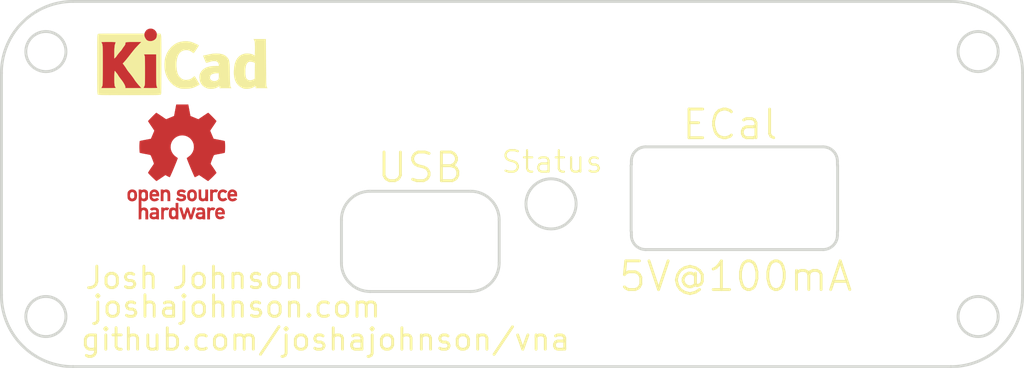
<source format=kicad_pcb>
(kicad_pcb (version 20171130) (host pcbnew "(5.1.0)-1")

  (general
    (thickness 1.6)
    (drawings 42)
    (tracks 0)
    (zones 0)
    (modules 3)
    (nets 1)
  )

  (page A4)
  (layers
    (0 F.Cu signal)
    (31 B.Cu signal)
    (32 B.Adhes user)
    (33 F.Adhes user)
    (34 B.Paste user)
    (35 F.Paste user)
    (36 B.SilkS user)
    (37 F.SilkS user)
    (38 B.Mask user)
    (39 F.Mask user)
    (40 Dwgs.User user)
    (41 Cmts.User user)
    (42 Eco1.User user)
    (43 Eco2.User user)
    (44 Edge.Cuts user)
    (45 Margin user)
    (46 B.CrtYd user)
    (47 F.CrtYd user)
    (48 B.Fab user)
    (49 F.Fab user)
  )

  (setup
    (last_trace_width 0.25)
    (trace_clearance 0.2)
    (zone_clearance 0.508)
    (zone_45_only no)
    (trace_min 0.2)
    (via_size 0.8)
    (via_drill 0.4)
    (via_min_size 0.4)
    (via_min_drill 0.3)
    (uvia_size 0.3)
    (uvia_drill 0.1)
    (uvias_allowed no)
    (uvia_min_size 0.2)
    (uvia_min_drill 0.1)
    (edge_width 0.05)
    (segment_width 0.2)
    (pcb_text_width 0.3)
    (pcb_text_size 1.5 1.5)
    (mod_edge_width 0.12)
    (mod_text_size 1 1)
    (mod_text_width 0.15)
    (pad_size 1.524 1.524)
    (pad_drill 0.762)
    (pad_to_mask_clearance 0.051)
    (solder_mask_min_width 0.25)
    (aux_axis_origin 0 0)
    (visible_elements 7FFFFFFF)
    (pcbplotparams
      (layerselection 0x010fc_ffffffff)
      (usegerberextensions false)
      (usegerberattributes false)
      (usegerberadvancedattributes false)
      (creategerberjobfile false)
      (excludeedgelayer true)
      (linewidth 0.100000)
      (plotframeref false)
      (viasonmask false)
      (mode 1)
      (useauxorigin false)
      (hpglpennumber 1)
      (hpglpenspeed 20)
      (hpglpendiameter 15.000000)
      (psnegative false)
      (psa4output false)
      (plotreference true)
      (plotvalue true)
      (plotinvisibletext false)
      (padsonsilk false)
      (subtractmaskfromsilk false)
      (outputformat 1)
      (mirror false)
      (drillshape 0)
      (scaleselection 1)
      (outputdirectory "gerbers/"))
  )

  (net 0 "")

  (net_class Default "This is the default net class."
    (clearance 0.2)
    (trace_width 0.25)
    (via_dia 0.8)
    (via_drill 0.4)
    (uvia_dia 0.3)
    (uvia_drill 0.1)
  )

  (module Symbol:OSHW-Logo_7.5x8mm_Copper (layer F.Cu) (tedit 5CB416D4) (tstamp 5CBA4CB1)
    (at 112 98.4)
    (descr "Open Source Hardware Logo")
    (tags "Logo OSHW")
    (attr virtual)
    (fp_text reference REF** (at 0 0) (layer F.SilkS) hide
      (effects (font (size 1 1) (thickness 0.15)))
    )
    (fp_text value OSHW-Logo_7.5x8mm_Copper (at 0.75 0) (layer F.Fab) hide
      (effects (font (size 1 1) (thickness 0.15)))
    )
    (fp_poly (pts (xy 0.500964 -3.601424) (xy 0.576513 -3.200678) (xy 1.134041 -2.970846) (xy 1.468465 -3.198252)
      (xy 1.562122 -3.261569) (xy 1.646782 -3.318104) (xy 1.718495 -3.365273) (xy 1.773311 -3.400498)
      (xy 1.80728 -3.421195) (xy 1.81653 -3.425658) (xy 1.833195 -3.41418) (xy 1.868806 -3.382449)
      (xy 1.919371 -3.334517) (xy 1.9809 -3.274438) (xy 2.049399 -3.206267) (xy 2.120879 -3.134055)
      (xy 2.191347 -3.061858) (xy 2.256811 -2.993727) (xy 2.31328 -2.933717) (xy 2.356763 -2.885881)
      (xy 2.383268 -2.854273) (xy 2.389605 -2.843695) (xy 2.380486 -2.824194) (xy 2.35492 -2.781469)
      (xy 2.315597 -2.719702) (xy 2.265203 -2.643069) (xy 2.206427 -2.555752) (xy 2.172368 -2.505948)
      (xy 2.110289 -2.415007) (xy 2.055126 -2.332941) (xy 2.009554 -2.263837) (xy 1.97625 -2.211778)
      (xy 1.95789 -2.18085) (xy 1.955131 -2.17435) (xy 1.961385 -2.155879) (xy 1.978434 -2.112828)
      (xy 2.003703 -2.051251) (xy 2.034622 -1.977201) (xy 2.068618 -1.89673) (xy 2.103118 -1.815893)
      (xy 2.135551 -1.740742) (xy 2.163343 -1.677329) (xy 2.183923 -1.631707) (xy 2.194719 -1.609931)
      (xy 2.195356 -1.609074) (xy 2.212307 -1.604916) (xy 2.257451 -1.595639) (xy 2.32611 -1.582156)
      (xy 2.413602 -1.565379) (xy 2.51525 -1.546219) (xy 2.574556 -1.53517) (xy 2.683172 -1.51449)
      (xy 2.781277 -1.494811) (xy 2.863909 -1.477211) (xy 2.926104 -1.462767) (xy 2.962899 -1.452554)
      (xy 2.970296 -1.449314) (xy 2.97754 -1.427383) (xy 2.983385 -1.377853) (xy 2.987835 -1.306515)
      (xy 2.990893 -1.219161) (xy 2.992565 -1.121583) (xy 2.992853 -1.019574) (xy 2.991761 -0.918925)
      (xy 2.989294 -0.825428) (xy 2.985456 -0.744875) (xy 2.98025 -0.683058) (xy 2.973681 -0.64577)
      (xy 2.969741 -0.638007) (xy 2.946188 -0.628702) (xy 2.896282 -0.6154) (xy 2.826623 -0.599663)
      (xy 2.743813 -0.583054) (xy 2.714905 -0.577681) (xy 2.575531 -0.552152) (xy 2.465436 -0.531592)
      (xy 2.380982 -0.515185) (xy 2.31853 -0.502113) (xy 2.274444 -0.491559) (xy 2.245085 -0.482706)
      (xy 2.226815 -0.474737) (xy 2.215998 -0.466835) (xy 2.214485 -0.465273) (xy 2.199377 -0.440114)
      (xy 2.176329 -0.39115) (xy 2.147644 -0.324379) (xy 2.115622 -0.245795) (xy 2.082565 -0.161393)
      (xy 2.050773 -0.07717) (xy 2.022549 0.000879) (xy 2.000193 0.066759) (xy 1.986007 0.114473)
      (xy 1.982293 0.138027) (xy 1.982602 0.138852) (xy 1.995189 0.158104) (xy 2.023744 0.200463)
      (xy 2.065267 0.261521) (xy 2.116756 0.336868) (xy 2.175211 0.422096) (xy 2.191858 0.446315)
      (xy 2.251215 0.534123) (xy 2.303447 0.614238) (xy 2.345708 0.682062) (xy 2.375153 0.732993)
      (xy 2.388937 0.762431) (xy 2.389605 0.766048) (xy 2.378024 0.785057) (xy 2.346024 0.822714)
      (xy 2.297718 0.874973) (xy 2.23722 0.937786) (xy 2.168644 1.007106) (xy 2.096104 1.078885)
      (xy 2.023712 1.149077) (xy 1.955584 1.213635) (xy 1.895832 1.26851) (xy 1.848571 1.309656)
      (xy 1.817913 1.333026) (xy 1.809432 1.336842) (xy 1.789691 1.327855) (xy 1.749274 1.303616)
      (xy 1.694763 1.268209) (xy 1.652823 1.239711) (xy 1.576829 1.187418) (xy 1.486834 1.125845)
      (xy 1.396564 1.06437) (xy 1.348032 1.031469) (xy 1.183762 0.920359) (xy 1.045869 0.994916)
      (xy 0.983049 1.027578) (xy 0.929629 1.052966) (xy 0.893484 1.067446) (xy 0.884284 1.06946)
      (xy 0.873221 1.054584) (xy 0.851394 1.012547) (xy 0.820434 0.947227) (xy 0.78197 0.8625)
      (xy 0.737632 0.762245) (xy 0.689047 0.650339) (xy 0.637846 0.530659) (xy 0.585659 0.407084)
      (xy 0.534113 0.283491) (xy 0.48484 0.163757) (xy 0.439467 0.051759) (xy 0.399625 -0.048623)
      (xy 0.366942 -0.133514) (xy 0.343049 -0.199035) (xy 0.329574 -0.24131) (xy 0.327406 -0.255828)
      (xy 0.344583 -0.274347) (xy 0.38219 -0.30441) (xy 0.432366 -0.339768) (xy 0.436578 -0.342566)
      (xy 0.566264 -0.446375) (xy 0.670834 -0.567485) (xy 0.749381 -0.702024) (xy 0.800999 -0.846118)
      (xy 0.824782 -0.995895) (xy 0.819823 -1.147483) (xy 0.785217 -1.297008) (xy 0.720057 -1.4406)
      (xy 0.700886 -1.472016) (xy 0.601174 -1.598875) (xy 0.483377 -1.700745) (xy 0.351571 -1.777096)
      (xy 0.209833 -1.827398) (xy 0.062242 -1.851121) (xy -0.087127 -1.847735) (xy -0.234197 -1.816712)
      (xy -0.374889 -1.75752) (xy -0.505127 -1.669631) (xy -0.545414 -1.633958) (xy -0.647945 -1.522294)
      (xy -0.722659 -1.404743) (xy -0.77391 -1.27298) (xy -0.802454 -1.142493) (xy -0.8095 -0.995784)
      (xy -0.786004 -0.848347) (xy -0.734351 -0.705166) (xy -0.656929 -0.571223) (xy -0.556125 -0.451502)
      (xy -0.434324 -0.350986) (xy -0.418316 -0.340391) (xy -0.367602 -0.305694) (xy -0.32905 -0.27563)
      (xy -0.310619 -0.256435) (xy -0.310351 -0.255828) (xy -0.314308 -0.235064) (xy -0.329993 -0.187938)
      (xy -0.355778 -0.118327) (xy -0.390031 -0.030107) (xy -0.431123 0.072844) (xy -0.477424 0.18665)
      (xy -0.527304 0.307435) (xy -0.579133 0.431321) (xy -0.631281 0.554432) (xy -0.682118 0.672891)
      (xy -0.730013 0.782823) (xy -0.773338 0.880349) (xy -0.810462 0.961593) (xy -0.839756 1.022679)
      (xy -0.859588 1.05973) (xy -0.867574 1.06946) (xy -0.891979 1.061883) (xy -0.937642 1.04156)
      (xy -0.99669 1.012125) (xy -1.02916 0.994916) (xy -1.167053 0.920359) (xy -1.331323 1.031469)
      (xy -1.415179 1.08839) (xy -1.506987 1.15103) (xy -1.59302 1.210011) (xy -1.636113 1.239711)
      (xy -1.696723 1.28041) (xy -1.748045 1.312663) (xy -1.783385 1.332384) (xy -1.794863 1.336554)
      (xy -1.81157 1.325307) (xy -1.848546 1.293911) (xy -1.902205 1.245624) (xy -1.968962 1.183708)
      (xy -2.045234 1.111421) (xy -2.093473 1.065008) (xy -2.177867 0.982087) (xy -2.250803 0.90792)
      (xy -2.309331 0.84568) (xy -2.350503 0.798541) (xy -2.371372 0.769673) (xy -2.373374 0.763815)
      (xy -2.364083 0.741532) (xy -2.338409 0.696477) (xy -2.2992 0.633211) (xy -2.249303 0.556295)
      (xy -2.191567 0.470292) (xy -2.175149 0.446315) (xy -2.115323 0.35917) (xy -2.06165 0.28071)
      (xy -2.01713 0.215345) (xy -1.984765 0.167484) (xy -1.967555 0.141535) (xy -1.965893 0.138852)
      (xy -1.968379 0.118172) (xy -1.981577 0.072704) (xy -2.003186 0.008444) (xy -2.030904 -0.068613)
      (xy -2.06243 -0.152471) (xy -2.095463 -0.237134) (xy -2.127701 -0.316608) (xy -2.156843 -0.384896)
      (xy -2.180588 -0.436003) (xy -2.196635 -0.463933) (xy -2.197775 -0.465273) (xy -2.207588 -0.473255)
      (xy -2.224161 -0.481149) (xy -2.251132 -0.489771) (xy -2.292139 -0.499938) (xy -2.35082 -0.512469)
      (xy -2.430813 -0.528179) (xy -2.535755 -0.547887) (xy -2.669285 -0.572408) (xy -2.698196 -0.577681)
      (xy -2.783882 -0.594236) (xy -2.858582 -0.610431) (xy -2.915694 -0.624704) (xy -2.948617 -0.635492)
      (xy -2.953031 -0.638007) (xy -2.960306 -0.660304) (xy -2.966219 -0.710131) (xy -2.970766 -0.781696)
      (xy -2.973945 -0.869207) (xy -2.975749 -0.966872) (xy -2.976177 -1.068899) (xy -2.975223 -1.169497)
      (xy -2.972884 -1.262873) (xy -2.969156 -1.343235) (xy -2.964034 -1.404791) (xy -2.957516 -1.44175)
      (xy -2.953586 -1.449314) (xy -2.931708 -1.456944) (xy -2.881891 -1.469358) (xy -2.809097 -1.485478)
      (xy -2.718289 -1.504227) (xy -2.614431 -1.524529) (xy -2.557846 -1.53517) (xy -2.450486 -1.55524)
      (xy -2.354746 -1.57342) (xy -2.275306 -1.588801) (xy -2.216846 -1.600469) (xy -2.184045 -1.607512)
      (xy -2.178646 -1.609074) (xy -2.169522 -1.626678) (xy -2.150235 -1.669082) (xy -2.123355 -1.730228)
      (xy -2.091454 -1.804057) (xy -2.057102 -1.884511) (xy -2.022871 -1.965532) (xy -1.991331 -2.041063)
      (xy -1.965054 -2.105045) (xy -1.946611 -2.15142) (xy -1.938571 -2.174131) (xy -1.938422 -2.175124)
      (xy -1.947535 -2.193039) (xy -1.973086 -2.234267) (xy -2.012388 -2.294709) (xy -2.062757 -2.370269)
      (xy -2.121506 -2.456848) (xy -2.155658 -2.506579) (xy -2.21789 -2.597764) (xy -2.273164 -2.680551)
      (xy -2.318782 -2.750751) (xy -2.352048 -2.804176) (xy -2.370264 -2.836639) (xy -2.372895 -2.843917)
      (xy -2.361586 -2.860855) (xy -2.330319 -2.897022) (xy -2.28309 -2.948365) (xy -2.223892 -3.010833)
      (xy -2.156719 -3.080374) (xy -2.085566 -3.152935) (xy -2.014426 -3.224465) (xy -1.947293 -3.290913)
      (xy -1.888161 -3.348226) (xy -1.841025 -3.392353) (xy -1.809877 -3.419241) (xy -1.799457 -3.425658)
      (xy -1.782491 -3.416635) (xy -1.741911 -3.391285) (xy -1.681663 -3.35219) (xy -1.605693 -3.301929)
      (xy -1.517946 -3.243083) (xy -1.451756 -3.198252) (xy -1.117332 -2.970846) (xy -0.838567 -3.085762)
      (xy -0.559803 -3.200678) (xy -0.484254 -3.601424) (xy -0.408706 -4.002171) (xy 0.425415 -4.002171)
      (xy 0.500964 -3.601424)) (layer F.Cu) (width 0.01))
    (fp_poly (pts (xy 2.391388 1.937645) (xy 2.448865 1.955206) (xy 2.485872 1.977395) (xy 2.497927 1.994942)
      (xy 2.494609 2.015742) (xy 2.473079 2.048419) (xy 2.454874 2.071562) (xy 2.417344 2.113402)
      (xy 2.389148 2.131005) (xy 2.365111 2.129856) (xy 2.293808 2.11171) (xy 2.241442 2.112534)
      (xy 2.198918 2.133098) (xy 2.184642 2.145134) (xy 2.138947 2.187483) (xy 2.138947 2.740526)
      (xy 1.955131 2.740526) (xy 1.955131 1.938421) (xy 2.047039 1.938421) (xy 2.102219 1.940603)
      (xy 2.130688 1.948351) (xy 2.138943 1.963468) (xy 2.138947 1.963916) (xy 2.142845 1.979749)
      (xy 2.160474 1.977684) (xy 2.184901 1.966261) (xy 2.23535 1.945005) (xy 2.276316 1.932216)
      (xy 2.329028 1.928938) (xy 2.391388 1.937645)) (layer F.Cu) (width 0.01))
    (fp_poly (pts (xy -1.002043 1.952226) (xy -0.960454 1.97209) (xy -0.920175 2.000784) (xy -0.88949 2.033809)
      (xy -0.867139 2.075931) (xy -0.851864 2.131915) (xy -0.842408 2.206528) (xy -0.837513 2.304535)
      (xy -0.835919 2.430702) (xy -0.835894 2.443914) (xy -0.835527 2.740526) (xy -1.019343 2.740526)
      (xy -1.019343 2.467081) (xy -1.019473 2.365777) (xy -1.020379 2.292353) (xy -1.022827 2.241271)
      (xy -1.027586 2.20699) (xy -1.035426 2.183971) (xy -1.047115 2.166673) (xy -1.063398 2.149581)
      (xy -1.120366 2.112857) (xy -1.182555 2.106042) (xy -1.241801 2.129261) (xy -1.262405 2.146543)
      (xy -1.27753 2.162791) (xy -1.28839 2.180191) (xy -1.29569 2.204212) (xy -1.300137 2.240322)
      (xy -1.302436 2.293988) (xy -1.303296 2.37068) (xy -1.303422 2.464043) (xy -1.303422 2.740526)
      (xy -1.487237 2.740526) (xy -1.487237 1.938421) (xy -1.395329 1.938421) (xy -1.340149 1.940603)
      (xy -1.31168 1.948351) (xy -1.303425 1.963468) (xy -1.303422 1.963916) (xy -1.299592 1.97872)
      (xy -1.282699 1.97704) (xy -1.249112 1.960773) (xy -1.172937 1.93684) (xy -1.0858 1.934178)
      (xy -1.002043 1.952226)) (layer F.Cu) (width 0.01))
    (fp_poly (pts (xy 3.558784 1.935554) (xy 3.601574 1.945949) (xy 3.683609 1.984013) (xy 3.753757 2.042149)
      (xy 3.802305 2.111852) (xy 3.808975 2.127502) (xy 3.818124 2.168496) (xy 3.824529 2.229138)
      (xy 3.82671 2.29043) (xy 3.82671 2.406316) (xy 3.584407 2.406316) (xy 3.484471 2.406693)
      (xy 3.414069 2.408987) (xy 3.369313 2.414938) (xy 3.346315 2.426285) (xy 3.341189 2.444771)
      (xy 3.350048 2.472136) (xy 3.365917 2.504155) (xy 3.410184 2.557592) (xy 3.471699 2.584215)
      (xy 3.546885 2.583347) (xy 3.632053 2.554371) (xy 3.705659 2.518611) (xy 3.766734 2.566904)
      (xy 3.82781 2.615197) (xy 3.770351 2.668285) (xy 3.693641 2.718445) (xy 3.599302 2.748688)
      (xy 3.497827 2.757151) (xy 3.399711 2.741974) (xy 3.383881 2.736824) (xy 3.297647 2.691791)
      (xy 3.233501 2.624652) (xy 3.190091 2.533405) (xy 3.166064 2.416044) (xy 3.165784 2.413529)
      (xy 3.163633 2.285627) (xy 3.172329 2.239997) (xy 3.342105 2.239997) (xy 3.357697 2.247013)
      (xy 3.400029 2.252388) (xy 3.462434 2.255457) (xy 3.501981 2.255921) (xy 3.575728 2.25563)
      (xy 3.62184 2.253783) (xy 3.6461 2.248912) (xy 3.654294 2.239555) (xy 3.652206 2.224245)
      (xy 3.650455 2.218322) (xy 3.62056 2.162668) (xy 3.573542 2.117815) (xy 3.532049 2.098105)
      (xy 3.476926 2.099295) (xy 3.421068 2.123875) (xy 3.374212 2.16457) (xy 3.346094 2.214108)
      (xy 3.342105 2.239997) (xy 3.172329 2.239997) (xy 3.185074 2.173133) (xy 3.227611 2.078727)
      (xy 3.288747 2.005088) (xy 3.365985 1.954893) (xy 3.45683 1.930822) (xy 3.558784 1.935554)) (layer F.Cu) (width 0.01))
    (fp_poly (pts (xy 2.946576 1.945419) (xy 3.043395 1.986549) (xy 3.07389 2.006571) (xy 3.112865 2.03734)
      (xy 3.137331 2.061533) (xy 3.141578 2.069413) (xy 3.129584 2.086899) (xy 3.098887 2.11657)
      (xy 3.074312 2.137279) (xy 3.007046 2.191336) (xy 2.95393 2.146642) (xy 2.912884 2.117789)
      (xy 2.872863 2.107829) (xy 2.827059 2.110261) (xy 2.754324 2.128345) (xy 2.704256 2.165881)
      (xy 2.673829 2.226562) (xy 2.660017 2.314081) (xy 2.660013 2.314136) (xy 2.661208 2.411958)
      (xy 2.679772 2.48373) (xy 2.716804 2.532595) (xy 2.74205 2.549143) (xy 2.809097 2.569749)
      (xy 2.880709 2.569762) (xy 2.943015 2.549768) (xy 2.957763 2.54) (xy 2.99475 2.515047)
      (xy 3.023668 2.510958) (xy 3.054856 2.52953) (xy 3.089336 2.562887) (xy 3.143912 2.619196)
      (xy 3.083318 2.669142) (xy 2.989698 2.725513) (xy 2.884125 2.753293) (xy 2.773798 2.751282)
      (xy 2.701343 2.732862) (xy 2.616656 2.68731) (xy 2.548927 2.61565) (xy 2.518157 2.565066)
      (xy 2.493236 2.492488) (xy 2.480766 2.400569) (xy 2.48067 2.300948) (xy 2.49287 2.205267)
      (xy 2.51729 2.125169) (xy 2.521136 2.116956) (xy 2.578093 2.036413) (xy 2.655209 1.977771)
      (xy 2.74639 1.942247) (xy 2.845543 1.931057) (xy 2.946576 1.945419)) (layer F.Cu) (width 0.01))
    (fp_poly (pts (xy 1.320131 2.198533) (xy 1.32171 2.321089) (xy 1.327481 2.414179) (xy 1.338991 2.481651)
      (xy 1.35779 2.527355) (xy 1.385426 2.555139) (xy 1.423448 2.568854) (xy 1.470526 2.572358)
      (xy 1.519832 2.568432) (xy 1.557283 2.554089) (xy 1.584428 2.525478) (xy 1.602815 2.478751)
      (xy 1.613993 2.410058) (xy 1.619511 2.31555) (xy 1.620921 2.198533) (xy 1.620921 1.938421)
      (xy 1.804736 1.938421) (xy 1.804736 2.740526) (xy 1.712828 2.740526) (xy 1.657422 2.738281)
      (xy 1.628891 2.730396) (xy 1.620921 2.715428) (xy 1.61612 2.702097) (xy 1.597014 2.704917)
      (xy 1.558504 2.723783) (xy 1.470239 2.752887) (xy 1.376623 2.750825) (xy 1.286921 2.719221)
      (xy 1.244204 2.694257) (xy 1.211621 2.667226) (xy 1.187817 2.633405) (xy 1.171439 2.588068)
      (xy 1.161131 2.526489) (xy 1.155541 2.443943) (xy 1.153312 2.335705) (xy 1.153026 2.252004)
      (xy 1.153026 1.938421) (xy 1.320131 1.938421) (xy 1.320131 2.198533)) (layer F.Cu) (width 0.01))
    (fp_poly (pts (xy 0.811669 1.94831) (xy 0.896192 1.99434) (xy 0.962321 2.067006) (xy 0.993478 2.126106)
      (xy 1.006855 2.178305) (xy 1.015522 2.252719) (xy 1.019237 2.338442) (xy 1.017754 2.424569)
      (xy 1.010831 2.500193) (xy 1.002745 2.540584) (xy 0.975465 2.59584) (xy 0.92822 2.65453)
      (xy 0.871282 2.705852) (xy 0.814924 2.739005) (xy 0.81355 2.739531) (xy 0.743616 2.754018)
      (xy 0.660737 2.754377) (xy 0.581977 2.741188) (xy 0.551566 2.730617) (xy 0.473239 2.686201)
      (xy 0.417143 2.628007) (xy 0.380286 2.550965) (xy 0.35968 2.450001) (xy 0.355018 2.397116)
      (xy 0.355613 2.330663) (xy 0.534736 2.330663) (xy 0.54077 2.42763) (xy 0.558138 2.501523)
      (xy 0.58574 2.548736) (xy 0.605404 2.562237) (xy 0.655787 2.571651) (xy 0.715673 2.568864)
      (xy 0.767449 2.555316) (xy 0.781027 2.547862) (xy 0.816849 2.504451) (xy 0.840493 2.438014)
      (xy 0.850558 2.357161) (xy 0.845642 2.270502) (xy 0.834655 2.218349) (xy 0.803109 2.157951)
      (xy 0.753311 2.120197) (xy 0.693337 2.107143) (xy 0.631264 2.120849) (xy 0.583582 2.154372)
      (xy 0.558525 2.182031) (xy 0.5439 2.209294) (xy 0.536929 2.24619) (xy 0.534833 2.30275)
      (xy 0.534736 2.330663) (xy 0.355613 2.330663) (xy 0.356282 2.255994) (xy 0.379265 2.140271)
      (xy 0.423972 2.049941) (xy 0.490405 1.985) (xy 0.578565 1.945445) (xy 0.597495 1.940858)
      (xy 0.711266 1.93009) (xy 0.811669 1.94831)) (layer F.Cu) (width 0.01))
    (fp_poly (pts (xy 0.018628 1.935547) (xy 0.081908 1.947548) (xy 0.147557 1.972648) (xy 0.154572 1.975848)
      (xy 0.204356 2.002026) (xy 0.238834 2.026353) (xy 0.249978 2.041937) (xy 0.239366 2.067353)
      (xy 0.213588 2.104853) (xy 0.202146 2.118852) (xy 0.154992 2.173954) (xy 0.094201 2.138086)
      (xy 0.036347 2.114192) (xy -0.0305 2.10142) (xy -0.094606 2.100613) (xy -0.144236 2.112615)
      (xy -0.156146 2.120105) (xy -0.178828 2.15445) (xy -0.181584 2.194013) (xy -0.164612 2.22492)
      (xy -0.154573 2.230913) (xy -0.12449 2.238357) (xy -0.071611 2.247106) (xy -0.006425 2.255467)
      (xy 0.0056 2.256778) (xy 0.110297 2.274888) (xy 0.186232 2.305651) (xy 0.236592 2.351907)
      (xy 0.264564 2.416497) (xy 0.273278 2.495387) (xy 0.26124 2.585065) (xy 0.222151 2.655486)
      (xy 0.155855 2.706777) (xy 0.062194 2.739067) (xy -0.041777 2.751807) (xy -0.126562 2.751654)
      (xy -0.195335 2.740083) (xy -0.242303 2.724109) (xy -0.30165 2.696275) (xy -0.356494 2.663973)
      (xy -0.375987 2.649755) (xy -0.426119 2.608835) (xy -0.305197 2.486477) (xy -0.236457 2.531967)
      (xy -0.167512 2.566133) (xy -0.093889 2.584004) (xy -0.023117 2.585889) (xy 0.037274 2.572101)
      (xy 0.079757 2.542949) (xy 0.093474 2.518352) (xy 0.091417 2.478904) (xy 0.05733 2.448737)
      (xy -0.008692 2.427906) (xy -0.081026 2.418279) (xy -0.192348 2.39991) (xy -0.275048 2.365254)
      (xy -0.330235 2.313297) (xy -0.359012 2.243023) (xy -0.362999 2.159707) (xy -0.343307 2.072681)
      (xy -0.298411 2.006902) (xy -0.227909 1.962068) (xy -0.131399 1.937879) (xy -0.0599 1.933137)
      (xy 0.018628 1.935547)) (layer F.Cu) (width 0.01))
    (fp_poly (pts (xy -1.802982 1.957027) (xy -1.78633 1.964866) (xy -1.728695 2.007086) (xy -1.674195 2.0687)
      (xy -1.633501 2.136543) (xy -1.621926 2.167734) (xy -1.611366 2.223449) (xy -1.605069 2.290781)
      (xy -1.604304 2.318585) (xy -1.604211 2.406316) (xy -2.10915 2.406316) (xy -2.098387 2.45227)
      (xy -2.071967 2.50662) (xy -2.025778 2.553591) (xy -1.970828 2.583848) (xy -1.935811 2.590131)
      (xy -1.888323 2.582506) (xy -1.831665 2.563383) (xy -1.812418 2.554584) (xy -1.741241 2.519036)
      (xy -1.680498 2.565367) (xy -1.645448 2.596703) (xy -1.626798 2.622567) (xy -1.625853 2.630158)
      (xy -1.642515 2.648556) (xy -1.67903 2.676515) (xy -1.712172 2.698327) (xy -1.801607 2.737537)
      (xy -1.901871 2.755285) (xy -2.001246 2.75067) (xy -2.080461 2.726551) (xy -2.16212 2.674884)
      (xy -2.220151 2.606856) (xy -2.256454 2.518843) (xy -2.272928 2.407216) (xy -2.274389 2.356138)
      (xy -2.268543 2.239091) (xy -2.267825 2.235686) (xy -2.100511 2.235686) (xy -2.095903 2.246662)
      (xy -2.076964 2.252715) (xy -2.037902 2.25531) (xy -1.972923 2.25591) (xy -1.947903 2.255921)
      (xy -1.871779 2.255014) (xy -1.823504 2.25172) (xy -1.79754 2.245181) (xy -1.788352 2.234537)
      (xy -1.788027 2.231119) (xy -1.798513 2.203956) (xy -1.824758 2.165903) (xy -1.836041 2.152579)
      (xy -1.877928 2.114896) (xy -1.921591 2.10008) (xy -1.945115 2.098842) (xy -2.008757 2.114329)
      (xy -2.062127 2.15593) (xy -2.095981 2.216353) (xy -2.096581 2.218322) (xy -2.100511 2.235686)
      (xy -2.267825 2.235686) (xy -2.249101 2.146928) (xy -2.214078 2.07319) (xy -2.171244 2.020848)
      (xy -2.092052 1.964092) (xy -1.99896 1.933762) (xy -1.899945 1.931021) (xy -1.802982 1.957027)) (layer F.Cu) (width 0.01))
    (fp_poly (pts (xy -3.373216 1.947104) (xy -3.285795 1.985754) (xy -3.21943 2.05029) (xy -3.174024 2.140812)
      (xy -3.149482 2.257418) (xy -3.147723 2.275624) (xy -3.146344 2.403984) (xy -3.164216 2.516496)
      (xy -3.20025 2.607688) (xy -3.219545 2.637022) (xy -3.286755 2.699106) (xy -3.37235 2.739316)
      (xy -3.46811 2.756003) (xy -3.565813 2.747517) (xy -3.640083 2.72138) (xy -3.703953 2.677335)
      (xy -3.756154 2.619587) (xy -3.757057 2.618236) (xy -3.778256 2.582593) (xy -3.792033 2.546752)
      (xy -3.800376 2.501519) (xy -3.805273 2.437701) (xy -3.807431 2.385368) (xy -3.808329 2.33791)
      (xy -3.641257 2.33791) (xy -3.639624 2.385154) (xy -3.633696 2.448046) (xy -3.623239 2.488407)
      (xy -3.604381 2.517122) (xy -3.586719 2.533896) (xy -3.524106 2.569016) (xy -3.458592 2.57371)
      (xy -3.397579 2.54844) (xy -3.367072 2.520124) (xy -3.345089 2.491589) (xy -3.332231 2.464284)
      (xy -3.326588 2.42875) (xy -3.326249 2.375524) (xy -3.327988 2.326506) (xy -3.331729 2.256482)
      (xy -3.337659 2.211064) (xy -3.348347 2.18144) (xy -3.366361 2.158797) (xy -3.380637 2.145855)
      (xy -3.440349 2.11186) (xy -3.504766 2.110165) (xy -3.558781 2.130301) (xy -3.60486 2.172352)
      (xy -3.632311 2.241428) (xy -3.641257 2.33791) (xy -3.808329 2.33791) (xy -3.809401 2.281299)
      (xy -3.806036 2.203468) (xy -3.795955 2.14493) (xy -3.777774 2.098737) (xy -3.75011 2.057942)
      (xy -3.739854 2.045828) (xy -3.675722 1.985474) (xy -3.606934 1.95022) (xy -3.522811 1.93545)
      (xy -3.481791 1.934243) (xy -3.373216 1.947104)) (layer F.Cu) (width 0.01))
    (fp_poly (pts (xy 2.701193 3.196078) (xy 2.781068 3.216845) (xy 2.847962 3.259705) (xy 2.880351 3.291723)
      (xy 2.933445 3.367413) (xy 2.963873 3.455216) (xy 2.974327 3.56315) (xy 2.97438 3.571875)
      (xy 2.974473 3.659605) (xy 2.469534 3.659605) (xy 2.480298 3.705559) (xy 2.499732 3.747178)
      (xy 2.533745 3.790544) (xy 2.54086 3.797467) (xy 2.602003 3.834935) (xy 2.671729 3.841289)
      (xy 2.751987 3.816638) (xy 2.765592 3.81) (xy 2.807319 3.789819) (xy 2.835268 3.778321)
      (xy 2.840145 3.777258) (xy 2.857168 3.787583) (xy 2.889633 3.812845) (xy 2.906114 3.82665)
      (xy 2.940264 3.858361) (xy 2.951478 3.879299) (xy 2.943695 3.89856) (xy 2.939535 3.903827)
      (xy 2.911357 3.926878) (xy 2.864862 3.954892) (xy 2.832434 3.971246) (xy 2.740385 4.000059)
      (xy 2.638476 4.009395) (xy 2.541963 3.998332) (xy 2.514934 3.990412) (xy 2.431276 3.945581)
      (xy 2.369266 3.876598) (xy 2.328545 3.782794) (xy 2.308755 3.663498) (xy 2.306582 3.601118)
      (xy 2.312926 3.510298) (xy 2.473157 3.510298) (xy 2.488655 3.517012) (xy 2.530312 3.52228)
      (xy 2.590876 3.525389) (xy 2.631907 3.525921) (xy 2.705711 3.525408) (xy 2.752293 3.523006)
      (xy 2.777848 3.517422) (xy 2.788569 3.507361) (xy 2.790657 3.492763) (xy 2.776331 3.447796)
      (xy 2.740262 3.403353) (xy 2.692815 3.369242) (xy 2.645349 3.355288) (xy 2.580879 3.367666)
      (xy 2.52507 3.403452) (xy 2.486374 3.455033) (xy 2.473157 3.510298) (xy 2.312926 3.510298)
      (xy 2.315821 3.468866) (xy 2.344336 3.363498) (xy 2.392729 3.284178) (xy 2.461604 3.230071)
      (xy 2.551565 3.200343) (xy 2.6003 3.194618) (xy 2.701193 3.196078)) (layer F.Cu) (width 0.01))
    (fp_poly (pts (xy 2.173167 3.191447) (xy 2.237408 3.204112) (xy 2.27398 3.222864) (xy 2.312453 3.254017)
      (xy 2.257717 3.323127) (xy 2.223969 3.364979) (xy 2.201053 3.385398) (xy 2.178279 3.388517)
      (xy 2.144956 3.378472) (xy 2.129314 3.372789) (xy 2.065542 3.364404) (xy 2.00714 3.382378)
      (xy 1.964264 3.422982) (xy 1.957299 3.435929) (xy 1.949713 3.470224) (xy 1.943859 3.533427)
      (xy 1.940011 3.62106) (xy 1.938443 3.72864) (xy 1.938421 3.743944) (xy 1.938421 4.010526)
      (xy 1.754605 4.010526) (xy 1.754605 3.19171) (xy 1.846513 3.19171) (xy 1.899507 3.193094)
      (xy 1.927115 3.199252) (xy 1.937324 3.213194) (xy 1.938421 3.226344) (xy 1.938421 3.260978)
      (xy 1.98245 3.226344) (xy 2.032937 3.202716) (xy 2.10076 3.191033) (xy 2.173167 3.191447)) (layer F.Cu) (width 0.01))
    (fp_poly (pts (xy 1.379992 3.196673) (xy 1.450427 3.21378) (xy 1.470787 3.222844) (xy 1.510253 3.246583)
      (xy 1.540541 3.273321) (xy 1.562952 3.307699) (xy 1.578786 3.35436) (xy 1.589343 3.417946)
      (xy 1.595924 3.503099) (xy 1.599828 3.614462) (xy 1.60131 3.688849) (xy 1.606765 4.010526)
      (xy 1.51358 4.010526) (xy 1.457047 4.008156) (xy 1.427922 4.000055) (xy 1.420394 3.986451)
      (xy 1.41642 3.971741) (xy 1.398652 3.974554) (xy 1.37444 3.986348) (xy 1.313828 4.004427)
      (xy 1.235929 4.009299) (xy 1.153995 4.00133) (xy 1.081281 3.980889) (xy 1.074759 3.978051)
      (xy 1.008302 3.931365) (xy 0.964491 3.866464) (xy 0.944332 3.7906) (xy 0.945872 3.763344)
      (xy 1.110345 3.763344) (xy 1.124837 3.800024) (xy 1.167805 3.826309) (xy 1.237129 3.840417)
      (xy 1.274177 3.84229) (xy 1.335919 3.837494) (xy 1.37696 3.818858) (xy 1.386973 3.81)
      (xy 1.4141 3.761806) (xy 1.420394 3.718092) (xy 1.420394 3.659605) (xy 1.33893 3.659605)
      (xy 1.244234 3.664432) (xy 1.177813 3.679613) (xy 1.135846 3.7062) (xy 1.126449 3.718052)
      (xy 1.110345 3.763344) (xy 0.945872 3.763344) (xy 0.948829 3.711026) (xy 0.978985 3.634995)
      (xy 1.020131 3.583612) (xy 1.045052 3.561397) (xy 1.069448 3.546798) (xy 1.101191 3.537897)
      (xy 1.148152 3.532775) (xy 1.218204 3.529515) (xy 1.24599 3.528577) (xy 1.420394 3.522879)
      (xy 1.420138 3.470091) (xy 1.413384 3.414603) (xy 1.388964 3.381052) (xy 1.33963 3.359618)
      (xy 1.338306 3.359236) (xy 1.26836 3.350808) (xy 1.199914 3.361816) (xy 1.149047 3.388585)
      (xy 1.128637 3.401803) (xy 1.106654 3.399974) (xy 1.072826 3.380824) (xy 1.052961 3.367308)
      (xy 1.014106 3.338432) (xy 0.990038 3.316786) (xy 0.986176 3.310589) (xy 1.002079 3.278519)
      (xy 1.049065 3.240219) (xy 1.069473 3.227297) (xy 1.128143 3.205041) (xy 1.207212 3.192432)
      (xy 1.295041 3.1896) (xy 1.379992 3.196673)) (layer F.Cu) (width 0.01))
    (fp_poly (pts (xy 0.37413 3.195104) (xy 0.44022 3.200066) (xy 0.526626 3.459079) (xy 0.613031 3.718092)
      (xy 0.640124 3.626184) (xy 0.656428 3.569384) (xy 0.677875 3.492625) (xy 0.701035 3.408251)
      (xy 0.71328 3.362993) (xy 0.759344 3.19171) (xy 0.949387 3.19171) (xy 0.892582 3.371349)
      (xy 0.864607 3.459704) (xy 0.830813 3.566281) (xy 0.79552 3.677454) (xy 0.764013 3.776579)
      (xy 0.69225 4.002171) (xy 0.537286 4.012253) (xy 0.49527 3.873528) (xy 0.469359 3.787351)
      (xy 0.441083 3.692347) (xy 0.416369 3.608441) (xy 0.415394 3.605102) (xy 0.396935 3.548248)
      (xy 0.380649 3.509456) (xy 0.369242 3.494787) (xy 0.366898 3.496483) (xy 0.358671 3.519225)
      (xy 0.343038 3.56794) (xy 0.321904 3.636502) (xy 0.29717 3.718785) (xy 0.283787 3.764046)
      (xy 0.211311 4.010526) (xy 0.057495 4.010526) (xy -0.065469 3.622006) (xy -0.100012 3.513022)
      (xy -0.131479 3.414048) (xy -0.158384 3.329736) (xy -0.179241 3.264734) (xy -0.192562 3.223692)
      (xy -0.196612 3.211701) (xy -0.193406 3.199423) (xy -0.168235 3.194046) (xy -0.115854 3.194584)
      (xy -0.107655 3.19499) (xy -0.010518 3.200066) (xy 0.0531 3.434013) (xy 0.076484 3.519333)
      (xy 0.097381 3.594335) (xy 0.113951 3.652507) (xy 0.124354 3.687337) (xy 0.126276 3.693016)
      (xy 0.134241 3.686486) (xy 0.150304 3.652654) (xy 0.172621 3.596127) (xy 0.199345 3.52151)
      (xy 0.221937 3.454107) (xy 0.308041 3.190143) (xy 0.37413 3.195104)) (layer F.Cu) (width 0.01))
    (fp_poly (pts (xy -0.267369 4.010526) (xy -0.359277 4.010526) (xy -0.412623 4.008962) (xy -0.440407 4.002485)
      (xy -0.45041 3.988418) (xy -0.451185 3.978906) (xy -0.452872 3.959832) (xy -0.46351 3.956174)
      (xy -0.491465 3.967932) (xy -0.513205 3.978906) (xy -0.596668 4.004911) (xy -0.687396 4.006416)
      (xy -0.761158 3.987021) (xy -0.829846 3.940165) (xy -0.882206 3.871004) (xy -0.910878 3.789427)
      (xy -0.911608 3.784866) (xy -0.915868 3.735101) (xy -0.917986 3.663659) (xy -0.917816 3.609626)
      (xy -0.73528 3.609626) (xy -0.731051 3.681441) (xy -0.721432 3.740634) (xy -0.70841 3.77406)
      (xy -0.659144 3.81974) (xy -0.60065 3.836115) (xy -0.540329 3.822873) (xy -0.488783 3.783373)
      (xy -0.469262 3.756807) (xy -0.457848 3.725106) (xy -0.452502 3.678832) (xy -0.451185 3.609328)
      (xy -0.453542 3.540499) (xy -0.459767 3.480026) (xy -0.468592 3.439556) (xy -0.470063 3.435929)
      (xy -0.505653 3.392802) (xy -0.5576 3.369124) (xy -0.615722 3.365301) (xy -0.66984 3.381738)
      (xy -0.709774 3.41884) (xy -0.713917 3.426222) (xy -0.726884 3.471239) (xy -0.733948 3.535967)
      (xy -0.73528 3.609626) (xy -0.917816 3.609626) (xy -0.917729 3.58223) (xy -0.916528 3.538405)
      (xy -0.908355 3.429988) (xy -0.89137 3.348588) (xy -0.863113 3.288412) (xy -0.821128 3.243666)
      (xy -0.780368 3.2174) (xy -0.723419 3.198935) (xy -0.652589 3.192602) (xy -0.580059 3.19776)
      (xy -0.518014 3.213769) (xy -0.485232 3.23292) (xy -0.451185 3.263732) (xy -0.451185 2.87421)
      (xy -0.267369 2.87421) (xy -0.267369 4.010526)) (layer F.Cu) (width 0.01))
    (fp_poly (pts (xy -1.320119 3.193486) (xy -1.295112 3.200982) (xy -1.28705 3.217451) (xy -1.286711 3.224886)
      (xy -1.285264 3.245594) (xy -1.275302 3.248845) (xy -1.248388 3.234648) (xy -1.232402 3.224948)
      (xy -1.181967 3.204175) (xy -1.121728 3.193904) (xy -1.058566 3.193114) (xy -0.999363 3.200786)
      (xy -0.950998 3.215898) (xy -0.920354 3.237432) (xy -0.914311 3.264366) (xy -0.917361 3.27166)
      (xy -0.939594 3.301937) (xy -0.97407 3.339175) (xy -0.980306 3.345195) (xy -1.013167 3.372875)
      (xy -1.04152 3.381818) (xy -1.081173 3.375576) (xy -1.097058 3.371429) (xy -1.146491 3.361467)
      (xy -1.181248 3.365947) (xy -1.2106 3.381746) (xy -1.237487 3.402949) (xy -1.25729 3.429614)
      (xy -1.271052 3.466827) (xy -1.279816 3.519673) (xy -1.284626 3.593237) (xy -1.286526 3.692605)
      (xy -1.286711 3.752601) (xy -1.286711 4.010526) (xy -1.453816 4.010526) (xy -1.453816 3.19171)
      (xy -1.370264 3.19171) (xy -1.320119 3.193486)) (layer F.Cu) (width 0.01))
    (fp_poly (pts (xy -1.839543 3.198184) (xy -1.76093 3.21916) (xy -1.701084 3.25718) (xy -1.658853 3.306978)
      (xy -1.645725 3.32823) (xy -1.636032 3.350492) (xy -1.629256 3.37897) (xy -1.624877 3.418871)
      (xy -1.622376 3.475401) (xy -1.621232 3.553767) (xy -1.620928 3.659176) (xy -1.620922 3.687142)
      (xy -1.620922 4.010526) (xy -1.701132 4.010526) (xy -1.752294 4.006943) (xy -1.790123 3.997866)
      (xy -1.799601 3.992268) (xy -1.825512 3.982606) (xy -1.851976 3.992268) (xy -1.895548 4.00433)
      (xy -1.95884 4.009185) (xy -2.02899 4.007078) (xy -2.09314 3.998256) (xy -2.130593 3.986937)
      (xy -2.203067 3.940412) (xy -2.24836 3.875846) (xy -2.268722 3.79) (xy -2.268912 3.787796)
      (xy -2.267125 3.749713) (xy -2.105527 3.749713) (xy -2.091399 3.79303) (xy -2.068388 3.817408)
      (xy -2.022196 3.835845) (xy -1.961225 3.843205) (xy -1.899051 3.839583) (xy -1.849249 3.825074)
      (xy -1.835297 3.815765) (xy -1.810915 3.772753) (xy -1.804737 3.723857) (xy -1.804737 3.659605)
      (xy -1.897182 3.659605) (xy -1.985005 3.666366) (xy -2.051582 3.68552) (xy -2.092998 3.715376)
      (xy -2.105527 3.749713) (xy -2.267125 3.749713) (xy -2.26451 3.694004) (xy -2.233576 3.619847)
      (xy -2.175419 3.563767) (xy -2.16738 3.558665) (xy -2.132837 3.542055) (xy -2.090082 3.531996)
      (xy -2.030314 3.527107) (xy -1.95931 3.525983) (xy -1.804737 3.525921) (xy -1.804737 3.461125)
      (xy -1.811294 3.41085) (xy -1.828025 3.377169) (xy -1.829984 3.375376) (xy -1.867217 3.360642)
      (xy -1.92342 3.354931) (xy -1.985533 3.357737) (xy -2.04049 3.368556) (xy -2.073101 3.384782)
      (xy -2.090772 3.39778) (xy -2.109431 3.400262) (xy -2.135181 3.389613) (xy -2.174127 3.363218)
      (xy -2.23237 3.318465) (xy -2.237716 3.314273) (xy -2.234977 3.29876) (xy -2.212124 3.27296)
      (xy -2.177391 3.244289) (xy -2.13901 3.220166) (xy -2.126952 3.21447) (xy -2.082966 3.203103)
      (xy -2.018513 3.194995) (xy -1.946503 3.191743) (xy -1.943136 3.191736) (xy -1.839543 3.198184)) (layer F.Cu) (width 0.01))
    (fp_poly (pts (xy -2.53664 1.952468) (xy -2.501408 1.969874) (xy -2.45796 2.000206) (xy -2.426294 2.033283)
      (xy -2.404606 2.074817) (xy -2.391097 2.130522) (xy -2.383962 2.206111) (xy -2.3814 2.307296)
      (xy -2.38125 2.350797) (xy -2.381688 2.446135) (xy -2.383504 2.514271) (xy -2.387455 2.561418)
      (xy -2.394298 2.59379) (xy -2.404789 2.6176) (xy -2.415704 2.633843) (xy -2.485381 2.702952)
      (xy -2.567434 2.744521) (xy -2.65595 2.757023) (xy -2.745019 2.738934) (xy -2.773237 2.726142)
      (xy -2.84079 2.690931) (xy -2.84079 3.2427) (xy -2.791488 3.217205) (xy -2.726527 3.19748)
      (xy -2.64668 3.192427) (xy -2.566948 3.201756) (xy -2.506735 3.222714) (xy -2.456792 3.262627)
      (xy -2.414119 3.319741) (xy -2.41091 3.325605) (xy -2.397378 3.353227) (xy -2.387495 3.381068)
      (xy -2.380691 3.414794) (xy -2.376399 3.460071) (xy -2.374049 3.522562) (xy -2.373072 3.607935)
      (xy -2.372895 3.70401) (xy -2.372895 4.010526) (xy -2.556711 4.010526) (xy -2.556711 3.445339)
      (xy -2.608125 3.402077) (xy -2.661534 3.367472) (xy -2.712112 3.36118) (xy -2.76297 3.377372)
      (xy -2.790075 3.393227) (xy -2.810249 3.41581) (xy -2.824597 3.44994) (xy -2.834224 3.500434)
      (xy -2.840237 3.572111) (xy -2.84374 3.669788) (xy -2.844974 3.734802) (xy -2.849145 4.002171)
      (xy -2.936875 4.007222) (xy -3.024606 4.012273) (xy -3.024606 2.353101) (xy -2.84079 2.353101)
      (xy -2.836104 2.4456) (xy -2.820312 2.509809) (xy -2.790817 2.549759) (xy -2.74502 2.56948)
      (xy -2.69875 2.573421) (xy -2.646372 2.568892) (xy -2.61161 2.551069) (xy -2.589872 2.527519)
      (xy -2.57276 2.502189) (xy -2.562573 2.473969) (xy -2.55804 2.434431) (xy -2.557891 2.375142)
      (xy -2.559416 2.325498) (xy -2.562919 2.25071) (xy -2.568133 2.201611) (xy -2.576913 2.170467)
      (xy -2.591114 2.149545) (xy -2.604516 2.137452) (xy -2.660513 2.111081) (xy -2.726789 2.106822)
      (xy -2.764844 2.115906) (xy -2.802523 2.148196) (xy -2.827481 2.211006) (xy -2.839578 2.303894)
      (xy -2.84079 2.353101) (xy -3.024606 2.353101) (xy -3.024606 1.938421) (xy -2.932698 1.938421)
      (xy -2.877517 1.940603) (xy -2.849048 1.948351) (xy -2.840794 1.963468) (xy -2.84079 1.963916)
      (xy -2.83696 1.97872) (xy -2.820067 1.977039) (xy -2.786481 1.960772) (xy -2.708222 1.935887)
      (xy -2.620173 1.933271) (xy -2.53664 1.952468)) (layer F.Cu) (width 0.01))
    (fp_poly (pts (xy 0.500964 -3.601424) (xy 0.576513 -3.200678) (xy 1.134041 -2.970846) (xy 1.468465 -3.198252)
      (xy 1.562122 -3.261569) (xy 1.646782 -3.318104) (xy 1.718495 -3.365273) (xy 1.773311 -3.400498)
      (xy 1.80728 -3.421195) (xy 1.81653 -3.425658) (xy 1.833195 -3.41418) (xy 1.868806 -3.382449)
      (xy 1.919371 -3.334517) (xy 1.9809 -3.274438) (xy 2.049399 -3.206267) (xy 2.120879 -3.134055)
      (xy 2.191347 -3.061858) (xy 2.256811 -2.993727) (xy 2.31328 -2.933717) (xy 2.356763 -2.885881)
      (xy 2.383268 -2.854273) (xy 2.389605 -2.843695) (xy 2.380486 -2.824194) (xy 2.35492 -2.781469)
      (xy 2.315597 -2.719702) (xy 2.265203 -2.643069) (xy 2.206427 -2.555752) (xy 2.172368 -2.505948)
      (xy 2.110289 -2.415007) (xy 2.055126 -2.332941) (xy 2.009554 -2.263837) (xy 1.97625 -2.211778)
      (xy 1.95789 -2.18085) (xy 1.955131 -2.17435) (xy 1.961385 -2.155879) (xy 1.978434 -2.112828)
      (xy 2.003703 -2.051251) (xy 2.034622 -1.977201) (xy 2.068618 -1.89673) (xy 2.103118 -1.815893)
      (xy 2.135551 -1.740742) (xy 2.163343 -1.677329) (xy 2.183923 -1.631707) (xy 2.194719 -1.609931)
      (xy 2.195356 -1.609074) (xy 2.212307 -1.604916) (xy 2.257451 -1.595639) (xy 2.32611 -1.582156)
      (xy 2.413602 -1.565379) (xy 2.51525 -1.546219) (xy 2.574556 -1.53517) (xy 2.683172 -1.51449)
      (xy 2.781277 -1.494811) (xy 2.863909 -1.477211) (xy 2.926104 -1.462767) (xy 2.962899 -1.452554)
      (xy 2.970296 -1.449314) (xy 2.97754 -1.427383) (xy 2.983385 -1.377853) (xy 2.987835 -1.306515)
      (xy 2.990893 -1.219161) (xy 2.992565 -1.121583) (xy 2.992853 -1.019574) (xy 2.991761 -0.918925)
      (xy 2.989294 -0.825428) (xy 2.985456 -0.744875) (xy 2.98025 -0.683058) (xy 2.973681 -0.64577)
      (xy 2.969741 -0.638007) (xy 2.946188 -0.628702) (xy 2.896282 -0.6154) (xy 2.826623 -0.599663)
      (xy 2.743813 -0.583054) (xy 2.714905 -0.577681) (xy 2.575531 -0.552152) (xy 2.465436 -0.531592)
      (xy 2.380982 -0.515185) (xy 2.31853 -0.502113) (xy 2.274444 -0.491559) (xy 2.245085 -0.482706)
      (xy 2.226815 -0.474737) (xy 2.215998 -0.466835) (xy 2.214485 -0.465273) (xy 2.199377 -0.440114)
      (xy 2.176329 -0.39115) (xy 2.147644 -0.324379) (xy 2.115622 -0.245795) (xy 2.082565 -0.161393)
      (xy 2.050773 -0.07717) (xy 2.022549 0.000879) (xy 2.000193 0.066759) (xy 1.986007 0.114473)
      (xy 1.982293 0.138027) (xy 1.982602 0.138852) (xy 1.995189 0.158104) (xy 2.023744 0.200463)
      (xy 2.065267 0.261521) (xy 2.116756 0.336868) (xy 2.175211 0.422096) (xy 2.191858 0.446315)
      (xy 2.251215 0.534123) (xy 2.303447 0.614238) (xy 2.345708 0.682062) (xy 2.375153 0.732993)
      (xy 2.388937 0.762431) (xy 2.389605 0.766048) (xy 2.378024 0.785057) (xy 2.346024 0.822714)
      (xy 2.297718 0.874973) (xy 2.23722 0.937786) (xy 2.168644 1.007106) (xy 2.096104 1.078885)
      (xy 2.023712 1.149077) (xy 1.955584 1.213635) (xy 1.895832 1.26851) (xy 1.848571 1.309656)
      (xy 1.817913 1.333026) (xy 1.809432 1.336842) (xy 1.789691 1.327855) (xy 1.749274 1.303616)
      (xy 1.694763 1.268209) (xy 1.652823 1.239711) (xy 1.576829 1.187418) (xy 1.486834 1.125845)
      (xy 1.396564 1.06437) (xy 1.348032 1.031469) (xy 1.183762 0.920359) (xy 1.045869 0.994916)
      (xy 0.983049 1.027578) (xy 0.929629 1.052966) (xy 0.893484 1.067446) (xy 0.884284 1.06946)
      (xy 0.873221 1.054584) (xy 0.851394 1.012547) (xy 0.820434 0.947227) (xy 0.78197 0.8625)
      (xy 0.737632 0.762245) (xy 0.689047 0.650339) (xy 0.637846 0.530659) (xy 0.585659 0.407084)
      (xy 0.534113 0.283491) (xy 0.48484 0.163757) (xy 0.439467 0.051759) (xy 0.399625 -0.048623)
      (xy 0.366942 -0.133514) (xy 0.343049 -0.199035) (xy 0.329574 -0.24131) (xy 0.327406 -0.255828)
      (xy 0.344583 -0.274347) (xy 0.38219 -0.30441) (xy 0.432366 -0.339768) (xy 0.436578 -0.342566)
      (xy 0.566264 -0.446375) (xy 0.670834 -0.567485) (xy 0.749381 -0.702024) (xy 0.800999 -0.846118)
      (xy 0.824782 -0.995895) (xy 0.819823 -1.147483) (xy 0.785217 -1.297008) (xy 0.720057 -1.4406)
      (xy 0.700886 -1.472016) (xy 0.601174 -1.598875) (xy 0.483377 -1.700745) (xy 0.351571 -1.777096)
      (xy 0.209833 -1.827398) (xy 0.062242 -1.851121) (xy -0.087127 -1.847735) (xy -0.234197 -1.816712)
      (xy -0.374889 -1.75752) (xy -0.505127 -1.669631) (xy -0.545414 -1.633958) (xy -0.647945 -1.522294)
      (xy -0.722659 -1.404743) (xy -0.77391 -1.27298) (xy -0.802454 -1.142493) (xy -0.8095 -0.995784)
      (xy -0.786004 -0.848347) (xy -0.734351 -0.705166) (xy -0.656929 -0.571223) (xy -0.556125 -0.451502)
      (xy -0.434324 -0.350986) (xy -0.418316 -0.340391) (xy -0.367602 -0.305694) (xy -0.32905 -0.27563)
      (xy -0.310619 -0.256435) (xy -0.310351 -0.255828) (xy -0.314308 -0.235064) (xy -0.329993 -0.187938)
      (xy -0.355778 -0.118327) (xy -0.390031 -0.030107) (xy -0.431123 0.072844) (xy -0.477424 0.18665)
      (xy -0.527304 0.307435) (xy -0.579133 0.431321) (xy -0.631281 0.554432) (xy -0.682118 0.672891)
      (xy -0.730013 0.782823) (xy -0.773338 0.880349) (xy -0.810462 0.961593) (xy -0.839756 1.022679)
      (xy -0.859588 1.05973) (xy -0.867574 1.06946) (xy -0.891979 1.061883) (xy -0.937642 1.04156)
      (xy -0.99669 1.012125) (xy -1.02916 0.994916) (xy -1.167053 0.920359) (xy -1.331323 1.031469)
      (xy -1.415179 1.08839) (xy -1.506987 1.15103) (xy -1.59302 1.210011) (xy -1.636113 1.239711)
      (xy -1.696723 1.28041) (xy -1.748045 1.312663) (xy -1.783385 1.332384) (xy -1.794863 1.336554)
      (xy -1.81157 1.325307) (xy -1.848546 1.293911) (xy -1.902205 1.245624) (xy -1.968962 1.183708)
      (xy -2.045234 1.111421) (xy -2.093473 1.065008) (xy -2.177867 0.982087) (xy -2.250803 0.90792)
      (xy -2.309331 0.84568) (xy -2.350503 0.798541) (xy -2.371372 0.769673) (xy -2.373374 0.763815)
      (xy -2.364083 0.741532) (xy -2.338409 0.696477) (xy -2.2992 0.633211) (xy -2.249303 0.556295)
      (xy -2.191567 0.470292) (xy -2.175149 0.446315) (xy -2.115323 0.35917) (xy -2.06165 0.28071)
      (xy -2.01713 0.215345) (xy -1.984765 0.167484) (xy -1.967555 0.141535) (xy -1.965893 0.138852)
      (xy -1.968379 0.118172) (xy -1.981577 0.072704) (xy -2.003186 0.008444) (xy -2.030904 -0.068613)
      (xy -2.06243 -0.152471) (xy -2.095463 -0.237134) (xy -2.127701 -0.316608) (xy -2.156843 -0.384896)
      (xy -2.180588 -0.436003) (xy -2.196635 -0.463933) (xy -2.197775 -0.465273) (xy -2.207588 -0.473255)
      (xy -2.224161 -0.481149) (xy -2.251132 -0.489771) (xy -2.292139 -0.499938) (xy -2.35082 -0.512469)
      (xy -2.430813 -0.528179) (xy -2.535755 -0.547887) (xy -2.669285 -0.572408) (xy -2.698196 -0.577681)
      (xy -2.783882 -0.594236) (xy -2.858582 -0.610431) (xy -2.915694 -0.624704) (xy -2.948617 -0.635492)
      (xy -2.953031 -0.638007) (xy -2.960306 -0.660304) (xy -2.966219 -0.710131) (xy -2.970766 -0.781696)
      (xy -2.973945 -0.869207) (xy -2.975749 -0.966872) (xy -2.976177 -1.068899) (xy -2.975223 -1.169497)
      (xy -2.972884 -1.262873) (xy -2.969156 -1.343235) (xy -2.964034 -1.404791) (xy -2.957516 -1.44175)
      (xy -2.953586 -1.449314) (xy -2.931708 -1.456944) (xy -2.881891 -1.469358) (xy -2.809097 -1.485478)
      (xy -2.718289 -1.504227) (xy -2.614431 -1.524529) (xy -2.557846 -1.53517) (xy -2.450486 -1.55524)
      (xy -2.354746 -1.57342) (xy -2.275306 -1.588801) (xy -2.216846 -1.600469) (xy -2.184045 -1.607512)
      (xy -2.178646 -1.609074) (xy -2.169522 -1.626678) (xy -2.150235 -1.669082) (xy -2.123355 -1.730228)
      (xy -2.091454 -1.804057) (xy -2.057102 -1.884511) (xy -2.022871 -1.965532) (xy -1.991331 -2.041063)
      (xy -1.965054 -2.105045) (xy -1.946611 -2.15142) (xy -1.938571 -2.174131) (xy -1.938422 -2.175124)
      (xy -1.947535 -2.193039) (xy -1.973086 -2.234267) (xy -2.012388 -2.294709) (xy -2.062757 -2.370269)
      (xy -2.121506 -2.456848) (xy -2.155658 -2.506579) (xy -2.21789 -2.597764) (xy -2.273164 -2.680551)
      (xy -2.318782 -2.750751) (xy -2.352048 -2.804176) (xy -2.370264 -2.836639) (xy -2.372895 -2.843917)
      (xy -2.361586 -2.860855) (xy -2.330319 -2.897022) (xy -2.28309 -2.948365) (xy -2.223892 -3.010833)
      (xy -2.156719 -3.080374) (xy -2.085566 -3.152935) (xy -2.014426 -3.224465) (xy -1.947293 -3.290913)
      (xy -1.888161 -3.348226) (xy -1.841025 -3.392353) (xy -1.809877 -3.419241) (xy -1.799457 -3.425658)
      (xy -1.782491 -3.416635) (xy -1.741911 -3.391285) (xy -1.681663 -3.35219) (xy -1.605693 -3.301929)
      (xy -1.517946 -3.243083) (xy -1.451756 -3.198252) (xy -1.117332 -2.970846) (xy -0.838567 -3.085762)
      (xy -0.559803 -3.200678) (xy -0.484254 -3.601424) (xy -0.408706 -4.002171) (xy 0.425415 -4.002171)
      (xy 0.500964 -3.601424)) (layer F.Mask) (width 0.01))
    (fp_poly (pts (xy -1.802982 1.957027) (xy -1.78633 1.964866) (xy -1.728695 2.007086) (xy -1.674195 2.0687)
      (xy -1.633501 2.136543) (xy -1.621926 2.167734) (xy -1.611366 2.223449) (xy -1.605069 2.290781)
      (xy -1.604304 2.318585) (xy -1.604211 2.406316) (xy -2.10915 2.406316) (xy -2.098387 2.45227)
      (xy -2.071967 2.50662) (xy -2.025778 2.553591) (xy -1.970828 2.583848) (xy -1.935811 2.590131)
      (xy -1.888323 2.582506) (xy -1.831665 2.563383) (xy -1.812418 2.554584) (xy -1.741241 2.519036)
      (xy -1.680498 2.565367) (xy -1.645448 2.596703) (xy -1.626798 2.622567) (xy -1.625853 2.630158)
      (xy -1.642515 2.648556) (xy -1.67903 2.676515) (xy -1.712172 2.698327) (xy -1.801607 2.737537)
      (xy -1.901871 2.755285) (xy -2.001246 2.75067) (xy -2.080461 2.726551) (xy -2.16212 2.674884)
      (xy -2.220151 2.606856) (xy -2.256454 2.518843) (xy -2.272928 2.407216) (xy -2.274389 2.356138)
      (xy -2.268543 2.239091) (xy -2.267825 2.235686) (xy -2.100511 2.235686) (xy -2.095903 2.246662)
      (xy -2.076964 2.252715) (xy -2.037902 2.25531) (xy -1.972923 2.25591) (xy -1.947903 2.255921)
      (xy -1.871779 2.255014) (xy -1.823504 2.25172) (xy -1.79754 2.245181) (xy -1.788352 2.234537)
      (xy -1.788027 2.231119) (xy -1.798513 2.203956) (xy -1.824758 2.165903) (xy -1.836041 2.152579)
      (xy -1.877928 2.114896) (xy -1.921591 2.10008) (xy -1.945115 2.098842) (xy -2.008757 2.114329)
      (xy -2.062127 2.15593) (xy -2.095981 2.216353) (xy -2.096581 2.218322) (xy -2.100511 2.235686)
      (xy -2.267825 2.235686) (xy -2.249101 2.146928) (xy -2.214078 2.07319) (xy -2.171244 2.020848)
      (xy -2.092052 1.964092) (xy -1.99896 1.933762) (xy -1.899945 1.931021) (xy -1.802982 1.957027)) (layer F.Mask) (width 0.01))
    (fp_poly (pts (xy -1.839543 3.198184) (xy -1.76093 3.21916) (xy -1.701084 3.25718) (xy -1.658853 3.306978)
      (xy -1.645725 3.32823) (xy -1.636032 3.350492) (xy -1.629256 3.37897) (xy -1.624877 3.418871)
      (xy -1.622376 3.475401) (xy -1.621232 3.553767) (xy -1.620928 3.659176) (xy -1.620922 3.687142)
      (xy -1.620922 4.010526) (xy -1.701132 4.010526) (xy -1.752294 4.006943) (xy -1.790123 3.997866)
      (xy -1.799601 3.992268) (xy -1.825512 3.982606) (xy -1.851976 3.992268) (xy -1.895548 4.00433)
      (xy -1.95884 4.009185) (xy -2.02899 4.007078) (xy -2.09314 3.998256) (xy -2.130593 3.986937)
      (xy -2.203067 3.940412) (xy -2.24836 3.875846) (xy -2.268722 3.79) (xy -2.268912 3.787796)
      (xy -2.267125 3.749713) (xy -2.105527 3.749713) (xy -2.091399 3.79303) (xy -2.068388 3.817408)
      (xy -2.022196 3.835845) (xy -1.961225 3.843205) (xy -1.899051 3.839583) (xy -1.849249 3.825074)
      (xy -1.835297 3.815765) (xy -1.810915 3.772753) (xy -1.804737 3.723857) (xy -1.804737 3.659605)
      (xy -1.897182 3.659605) (xy -1.985005 3.666366) (xy -2.051582 3.68552) (xy -2.092998 3.715376)
      (xy -2.105527 3.749713) (xy -2.267125 3.749713) (xy -2.26451 3.694004) (xy -2.233576 3.619847)
      (xy -2.175419 3.563767) (xy -2.16738 3.558665) (xy -2.132837 3.542055) (xy -2.090082 3.531996)
      (xy -2.030314 3.527107) (xy -1.95931 3.525983) (xy -1.804737 3.525921) (xy -1.804737 3.461125)
      (xy -1.811294 3.41085) (xy -1.828025 3.377169) (xy -1.829984 3.375376) (xy -1.867217 3.360642)
      (xy -1.92342 3.354931) (xy -1.985533 3.357737) (xy -2.04049 3.368556) (xy -2.073101 3.384782)
      (xy -2.090772 3.39778) (xy -2.109431 3.400262) (xy -2.135181 3.389613) (xy -2.174127 3.363218)
      (xy -2.23237 3.318465) (xy -2.237716 3.314273) (xy -2.234977 3.29876) (xy -2.212124 3.27296)
      (xy -2.177391 3.244289) (xy -2.13901 3.220166) (xy -2.126952 3.21447) (xy -2.082966 3.203103)
      (xy -2.018513 3.194995) (xy -1.946503 3.191743) (xy -1.943136 3.191736) (xy -1.839543 3.198184)) (layer F.Mask) (width 0.01))
    (fp_poly (pts (xy -1.320119 3.193486) (xy -1.295112 3.200982) (xy -1.28705 3.217451) (xy -1.286711 3.224886)
      (xy -1.285264 3.245594) (xy -1.275302 3.248845) (xy -1.248388 3.234648) (xy -1.232402 3.224948)
      (xy -1.181967 3.204175) (xy -1.121728 3.193904) (xy -1.058566 3.193114) (xy -0.999363 3.200786)
      (xy -0.950998 3.215898) (xy -0.920354 3.237432) (xy -0.914311 3.264366) (xy -0.917361 3.27166)
      (xy -0.939594 3.301937) (xy -0.97407 3.339175) (xy -0.980306 3.345195) (xy -1.013167 3.372875)
      (xy -1.04152 3.381818) (xy -1.081173 3.375576) (xy -1.097058 3.371429) (xy -1.146491 3.361467)
      (xy -1.181248 3.365947) (xy -1.2106 3.381746) (xy -1.237487 3.402949) (xy -1.25729 3.429614)
      (xy -1.271052 3.466827) (xy -1.279816 3.519673) (xy -1.284626 3.593237) (xy -1.286526 3.692605)
      (xy -1.286711 3.752601) (xy -1.286711 4.010526) (xy -1.453816 4.010526) (xy -1.453816 3.19171)
      (xy -1.370264 3.19171) (xy -1.320119 3.193486)) (layer F.Mask) (width 0.01))
    (fp_poly (pts (xy 3.558784 1.935554) (xy 3.601574 1.945949) (xy 3.683609 1.984013) (xy 3.753757 2.042149)
      (xy 3.802305 2.111852) (xy 3.808975 2.127502) (xy 3.818124 2.168496) (xy 3.824529 2.229138)
      (xy 3.82671 2.29043) (xy 3.82671 2.406316) (xy 3.584407 2.406316) (xy 3.484471 2.406693)
      (xy 3.414069 2.408987) (xy 3.369313 2.414938) (xy 3.346315 2.426285) (xy 3.341189 2.444771)
      (xy 3.350048 2.472136) (xy 3.365917 2.504155) (xy 3.410184 2.557592) (xy 3.471699 2.584215)
      (xy 3.546885 2.583347) (xy 3.632053 2.554371) (xy 3.705659 2.518611) (xy 3.766734 2.566904)
      (xy 3.82781 2.615197) (xy 3.770351 2.668285) (xy 3.693641 2.718445) (xy 3.599302 2.748688)
      (xy 3.497827 2.757151) (xy 3.399711 2.741974) (xy 3.383881 2.736824) (xy 3.297647 2.691791)
      (xy 3.233501 2.624652) (xy 3.190091 2.533405) (xy 3.166064 2.416044) (xy 3.165784 2.413529)
      (xy 3.163633 2.285627) (xy 3.172329 2.239997) (xy 3.342105 2.239997) (xy 3.357697 2.247013)
      (xy 3.400029 2.252388) (xy 3.462434 2.255457) (xy 3.501981 2.255921) (xy 3.575728 2.25563)
      (xy 3.62184 2.253783) (xy 3.6461 2.248912) (xy 3.654294 2.239555) (xy 3.652206 2.224245)
      (xy 3.650455 2.218322) (xy 3.62056 2.162668) (xy 3.573542 2.117815) (xy 3.532049 2.098105)
      (xy 3.476926 2.099295) (xy 3.421068 2.123875) (xy 3.374212 2.16457) (xy 3.346094 2.214108)
      (xy 3.342105 2.239997) (xy 3.172329 2.239997) (xy 3.185074 2.173133) (xy 3.227611 2.078727)
      (xy 3.288747 2.005088) (xy 3.365985 1.954893) (xy 3.45683 1.930822) (xy 3.558784 1.935554)) (layer F.Mask) (width 0.01))
    (fp_poly (pts (xy 2.391388 1.937645) (xy 2.448865 1.955206) (xy 2.485872 1.977395) (xy 2.497927 1.994942)
      (xy 2.494609 2.015742) (xy 2.473079 2.048419) (xy 2.454874 2.071562) (xy 2.417344 2.113402)
      (xy 2.389148 2.131005) (xy 2.365111 2.129856) (xy 2.293808 2.11171) (xy 2.241442 2.112534)
      (xy 2.198918 2.133098) (xy 2.184642 2.145134) (xy 2.138947 2.187483) (xy 2.138947 2.740526)
      (xy 1.955131 2.740526) (xy 1.955131 1.938421) (xy 2.047039 1.938421) (xy 2.102219 1.940603)
      (xy 2.130688 1.948351) (xy 2.138943 1.963468) (xy 2.138947 1.963916) (xy 2.142845 1.979749)
      (xy 2.160474 1.977684) (xy 2.184901 1.966261) (xy 2.23535 1.945005) (xy 2.276316 1.932216)
      (xy 2.329028 1.928938) (xy 2.391388 1.937645)) (layer F.Mask) (width 0.01))
    (fp_poly (pts (xy 1.320131 2.198533) (xy 1.32171 2.321089) (xy 1.327481 2.414179) (xy 1.338991 2.481651)
      (xy 1.35779 2.527355) (xy 1.385426 2.555139) (xy 1.423448 2.568854) (xy 1.470526 2.572358)
      (xy 1.519832 2.568432) (xy 1.557283 2.554089) (xy 1.584428 2.525478) (xy 1.602815 2.478751)
      (xy 1.613993 2.410058) (xy 1.619511 2.31555) (xy 1.620921 2.198533) (xy 1.620921 1.938421)
      (xy 1.804736 1.938421) (xy 1.804736 2.740526) (xy 1.712828 2.740526) (xy 1.657422 2.738281)
      (xy 1.628891 2.730396) (xy 1.620921 2.715428) (xy 1.61612 2.702097) (xy 1.597014 2.704917)
      (xy 1.558504 2.723783) (xy 1.470239 2.752887) (xy 1.376623 2.750825) (xy 1.286921 2.719221)
      (xy 1.244204 2.694257) (xy 1.211621 2.667226) (xy 1.187817 2.633405) (xy 1.171439 2.588068)
      (xy 1.161131 2.526489) (xy 1.155541 2.443943) (xy 1.153312 2.335705) (xy 1.153026 2.252004)
      (xy 1.153026 1.938421) (xy 1.320131 1.938421) (xy 1.320131 2.198533)) (layer F.Mask) (width 0.01))
    (fp_poly (pts (xy -3.373216 1.947104) (xy -3.285795 1.985754) (xy -3.21943 2.05029) (xy -3.174024 2.140812)
      (xy -3.149482 2.257418) (xy -3.147723 2.275624) (xy -3.146344 2.403984) (xy -3.164216 2.516496)
      (xy -3.20025 2.607688) (xy -3.219545 2.637022) (xy -3.286755 2.699106) (xy -3.37235 2.739316)
      (xy -3.46811 2.756003) (xy -3.565813 2.747517) (xy -3.640083 2.72138) (xy -3.703953 2.677335)
      (xy -3.756154 2.619587) (xy -3.757057 2.618236) (xy -3.778256 2.582593) (xy -3.792033 2.546752)
      (xy -3.800376 2.501519) (xy -3.805273 2.437701) (xy -3.807431 2.385368) (xy -3.808329 2.33791)
      (xy -3.641257 2.33791) (xy -3.639624 2.385154) (xy -3.633696 2.448046) (xy -3.623239 2.488407)
      (xy -3.604381 2.517122) (xy -3.586719 2.533896) (xy -3.524106 2.569016) (xy -3.458592 2.57371)
      (xy -3.397579 2.54844) (xy -3.367072 2.520124) (xy -3.345089 2.491589) (xy -3.332231 2.464284)
      (xy -3.326588 2.42875) (xy -3.326249 2.375524) (xy -3.327988 2.326506) (xy -3.331729 2.256482)
      (xy -3.337659 2.211064) (xy -3.348347 2.18144) (xy -3.366361 2.158797) (xy -3.380637 2.145855)
      (xy -3.440349 2.11186) (xy -3.504766 2.110165) (xy -3.558781 2.130301) (xy -3.60486 2.172352)
      (xy -3.632311 2.241428) (xy -3.641257 2.33791) (xy -3.808329 2.33791) (xy -3.809401 2.281299)
      (xy -3.806036 2.203468) (xy -3.795955 2.14493) (xy -3.777774 2.098737) (xy -3.75011 2.057942)
      (xy -3.739854 2.045828) (xy -3.675722 1.985474) (xy -3.606934 1.95022) (xy -3.522811 1.93545)
      (xy -3.481791 1.934243) (xy -3.373216 1.947104)) (layer F.Mask) (width 0.01))
    (fp_poly (pts (xy 0.811669 1.94831) (xy 0.896192 1.99434) (xy 0.962321 2.067006) (xy 0.993478 2.126106)
      (xy 1.006855 2.178305) (xy 1.015522 2.252719) (xy 1.019237 2.338442) (xy 1.017754 2.424569)
      (xy 1.010831 2.500193) (xy 1.002745 2.540584) (xy 0.975465 2.59584) (xy 0.92822 2.65453)
      (xy 0.871282 2.705852) (xy 0.814924 2.739005) (xy 0.81355 2.739531) (xy 0.743616 2.754018)
      (xy 0.660737 2.754377) (xy 0.581977 2.741188) (xy 0.551566 2.730617) (xy 0.473239 2.686201)
      (xy 0.417143 2.628007) (xy 0.380286 2.550965) (xy 0.35968 2.450001) (xy 0.355018 2.397116)
      (xy 0.355613 2.330663) (xy 0.534736 2.330663) (xy 0.54077 2.42763) (xy 0.558138 2.501523)
      (xy 0.58574 2.548736) (xy 0.605404 2.562237) (xy 0.655787 2.571651) (xy 0.715673 2.568864)
      (xy 0.767449 2.555316) (xy 0.781027 2.547862) (xy 0.816849 2.504451) (xy 0.840493 2.438014)
      (xy 0.850558 2.357161) (xy 0.845642 2.270502) (xy 0.834655 2.218349) (xy 0.803109 2.157951)
      (xy 0.753311 2.120197) (xy 0.693337 2.107143) (xy 0.631264 2.120849) (xy 0.583582 2.154372)
      (xy 0.558525 2.182031) (xy 0.5439 2.209294) (xy 0.536929 2.24619) (xy 0.534833 2.30275)
      (xy 0.534736 2.330663) (xy 0.355613 2.330663) (xy 0.356282 2.255994) (xy 0.379265 2.140271)
      (xy 0.423972 2.049941) (xy 0.490405 1.985) (xy 0.578565 1.945445) (xy 0.597495 1.940858)
      (xy 0.711266 1.93009) (xy 0.811669 1.94831)) (layer F.Mask) (width 0.01))
    (fp_poly (pts (xy 1.379992 3.196673) (xy 1.450427 3.21378) (xy 1.470787 3.222844) (xy 1.510253 3.246583)
      (xy 1.540541 3.273321) (xy 1.562952 3.307699) (xy 1.578786 3.35436) (xy 1.589343 3.417946)
      (xy 1.595924 3.503099) (xy 1.599828 3.614462) (xy 1.60131 3.688849) (xy 1.606765 4.010526)
      (xy 1.51358 4.010526) (xy 1.457047 4.008156) (xy 1.427922 4.000055) (xy 1.420394 3.986451)
      (xy 1.41642 3.971741) (xy 1.398652 3.974554) (xy 1.37444 3.986348) (xy 1.313828 4.004427)
      (xy 1.235929 4.009299) (xy 1.153995 4.00133) (xy 1.081281 3.980889) (xy 1.074759 3.978051)
      (xy 1.008302 3.931365) (xy 0.964491 3.866464) (xy 0.944332 3.7906) (xy 0.945872 3.763344)
      (xy 1.110345 3.763344) (xy 1.124837 3.800024) (xy 1.167805 3.826309) (xy 1.237129 3.840417)
      (xy 1.274177 3.84229) (xy 1.335919 3.837494) (xy 1.37696 3.818858) (xy 1.386973 3.81)
      (xy 1.4141 3.761806) (xy 1.420394 3.718092) (xy 1.420394 3.659605) (xy 1.33893 3.659605)
      (xy 1.244234 3.664432) (xy 1.177813 3.679613) (xy 1.135846 3.7062) (xy 1.126449 3.718052)
      (xy 1.110345 3.763344) (xy 0.945872 3.763344) (xy 0.948829 3.711026) (xy 0.978985 3.634995)
      (xy 1.020131 3.583612) (xy 1.045052 3.561397) (xy 1.069448 3.546798) (xy 1.101191 3.537897)
      (xy 1.148152 3.532775) (xy 1.218204 3.529515) (xy 1.24599 3.528577) (xy 1.420394 3.522879)
      (xy 1.420138 3.470091) (xy 1.413384 3.414603) (xy 1.388964 3.381052) (xy 1.33963 3.359618)
      (xy 1.338306 3.359236) (xy 1.26836 3.350808) (xy 1.199914 3.361816) (xy 1.149047 3.388585)
      (xy 1.128637 3.401803) (xy 1.106654 3.399974) (xy 1.072826 3.380824) (xy 1.052961 3.367308)
      (xy 1.014106 3.338432) (xy 0.990038 3.316786) (xy 0.986176 3.310589) (xy 1.002079 3.278519)
      (xy 1.049065 3.240219) (xy 1.069473 3.227297) (xy 1.128143 3.205041) (xy 1.207212 3.192432)
      (xy 1.295041 3.1896) (xy 1.379992 3.196673)) (layer F.Mask) (width 0.01))
    (fp_poly (pts (xy 2.173167 3.191447) (xy 2.237408 3.204112) (xy 2.27398 3.222864) (xy 2.312453 3.254017)
      (xy 2.257717 3.323127) (xy 2.223969 3.364979) (xy 2.201053 3.385398) (xy 2.178279 3.388517)
      (xy 2.144956 3.378472) (xy 2.129314 3.372789) (xy 2.065542 3.364404) (xy 2.00714 3.382378)
      (xy 1.964264 3.422982) (xy 1.957299 3.435929) (xy 1.949713 3.470224) (xy 1.943859 3.533427)
      (xy 1.940011 3.62106) (xy 1.938443 3.72864) (xy 1.938421 3.743944) (xy 1.938421 4.010526)
      (xy 1.754605 4.010526) (xy 1.754605 3.19171) (xy 1.846513 3.19171) (xy 1.899507 3.193094)
      (xy 1.927115 3.199252) (xy 1.937324 3.213194) (xy 1.938421 3.226344) (xy 1.938421 3.260978)
      (xy 1.98245 3.226344) (xy 2.032937 3.202716) (xy 2.10076 3.191033) (xy 2.173167 3.191447)) (layer F.Mask) (width 0.01))
    (fp_poly (pts (xy -2.53664 1.952468) (xy -2.501408 1.969874) (xy -2.45796 2.000206) (xy -2.426294 2.033283)
      (xy -2.404606 2.074817) (xy -2.391097 2.130522) (xy -2.383962 2.206111) (xy -2.3814 2.307296)
      (xy -2.38125 2.350797) (xy -2.381688 2.446135) (xy -2.383504 2.514271) (xy -2.387455 2.561418)
      (xy -2.394298 2.59379) (xy -2.404789 2.6176) (xy -2.415704 2.633843) (xy -2.485381 2.702952)
      (xy -2.567434 2.744521) (xy -2.65595 2.757023) (xy -2.745019 2.738934) (xy -2.773237 2.726142)
      (xy -2.84079 2.690931) (xy -2.84079 3.2427) (xy -2.791488 3.217205) (xy -2.726527 3.19748)
      (xy -2.64668 3.192427) (xy -2.566948 3.201756) (xy -2.506735 3.222714) (xy -2.456792 3.262627)
      (xy -2.414119 3.319741) (xy -2.41091 3.325605) (xy -2.397378 3.353227) (xy -2.387495 3.381068)
      (xy -2.380691 3.414794) (xy -2.376399 3.460071) (xy -2.374049 3.522562) (xy -2.373072 3.607935)
      (xy -2.372895 3.70401) (xy -2.372895 4.010526) (xy -2.556711 4.010526) (xy -2.556711 3.445339)
      (xy -2.608125 3.402077) (xy -2.661534 3.367472) (xy -2.712112 3.36118) (xy -2.76297 3.377372)
      (xy -2.790075 3.393227) (xy -2.810249 3.41581) (xy -2.824597 3.44994) (xy -2.834224 3.500434)
      (xy -2.840237 3.572111) (xy -2.84374 3.669788) (xy -2.844974 3.734802) (xy -2.849145 4.002171)
      (xy -2.936875 4.007222) (xy -3.024606 4.012273) (xy -3.024606 2.353101) (xy -2.84079 2.353101)
      (xy -2.836104 2.4456) (xy -2.820312 2.509809) (xy -2.790817 2.549759) (xy -2.74502 2.56948)
      (xy -2.69875 2.573421) (xy -2.646372 2.568892) (xy -2.61161 2.551069) (xy -2.589872 2.527519)
      (xy -2.57276 2.502189) (xy -2.562573 2.473969) (xy -2.55804 2.434431) (xy -2.557891 2.375142)
      (xy -2.559416 2.325498) (xy -2.562919 2.25071) (xy -2.568133 2.201611) (xy -2.576913 2.170467)
      (xy -2.591114 2.149545) (xy -2.604516 2.137452) (xy -2.660513 2.111081) (xy -2.726789 2.106822)
      (xy -2.764844 2.115906) (xy -2.802523 2.148196) (xy -2.827481 2.211006) (xy -2.839578 2.303894)
      (xy -2.84079 2.353101) (xy -3.024606 2.353101) (xy -3.024606 1.938421) (xy -2.932698 1.938421)
      (xy -2.877517 1.940603) (xy -2.849048 1.948351) (xy -2.840794 1.963468) (xy -2.84079 1.963916)
      (xy -2.83696 1.97872) (xy -2.820067 1.977039) (xy -2.786481 1.960772) (xy -2.708222 1.935887)
      (xy -2.620173 1.933271) (xy -2.53664 1.952468)) (layer F.Mask) (width 0.01))
    (fp_poly (pts (xy -0.267369 4.010526) (xy -0.359277 4.010526) (xy -0.412623 4.008962) (xy -0.440407 4.002485)
      (xy -0.45041 3.988418) (xy -0.451185 3.978906) (xy -0.452872 3.959832) (xy -0.46351 3.956174)
      (xy -0.491465 3.967932) (xy -0.513205 3.978906) (xy -0.596668 4.004911) (xy -0.687396 4.006416)
      (xy -0.761158 3.987021) (xy -0.829846 3.940165) (xy -0.882206 3.871004) (xy -0.910878 3.789427)
      (xy -0.911608 3.784866) (xy -0.915868 3.735101) (xy -0.917986 3.663659) (xy -0.917816 3.609626)
      (xy -0.73528 3.609626) (xy -0.731051 3.681441) (xy -0.721432 3.740634) (xy -0.70841 3.77406)
      (xy -0.659144 3.81974) (xy -0.60065 3.836115) (xy -0.540329 3.822873) (xy -0.488783 3.783373)
      (xy -0.469262 3.756807) (xy -0.457848 3.725106) (xy -0.452502 3.678832) (xy -0.451185 3.609328)
      (xy -0.453542 3.540499) (xy -0.459767 3.480026) (xy -0.468592 3.439556) (xy -0.470063 3.435929)
      (xy -0.505653 3.392802) (xy -0.5576 3.369124) (xy -0.615722 3.365301) (xy -0.66984 3.381738)
      (xy -0.709774 3.41884) (xy -0.713917 3.426222) (xy -0.726884 3.471239) (xy -0.733948 3.535967)
      (xy -0.73528 3.609626) (xy -0.917816 3.609626) (xy -0.917729 3.58223) (xy -0.916528 3.538405)
      (xy -0.908355 3.429988) (xy -0.89137 3.348588) (xy -0.863113 3.288412) (xy -0.821128 3.243666)
      (xy -0.780368 3.2174) (xy -0.723419 3.198935) (xy -0.652589 3.192602) (xy -0.580059 3.19776)
      (xy -0.518014 3.213769) (xy -0.485232 3.23292) (xy -0.451185 3.263732) (xy -0.451185 2.87421)
      (xy -0.267369 2.87421) (xy -0.267369 4.010526)) (layer F.Mask) (width 0.01))
    (fp_poly (pts (xy -1.002043 1.952226) (xy -0.960454 1.97209) (xy -0.920175 2.000784) (xy -0.88949 2.033809)
      (xy -0.867139 2.075931) (xy -0.851864 2.131915) (xy -0.842408 2.206528) (xy -0.837513 2.304535)
      (xy -0.835919 2.430702) (xy -0.835894 2.443914) (xy -0.835527 2.740526) (xy -1.019343 2.740526)
      (xy -1.019343 2.467081) (xy -1.019473 2.365777) (xy -1.020379 2.292353) (xy -1.022827 2.241271)
      (xy -1.027586 2.20699) (xy -1.035426 2.183971) (xy -1.047115 2.166673) (xy -1.063398 2.149581)
      (xy -1.120366 2.112857) (xy -1.182555 2.106042) (xy -1.241801 2.129261) (xy -1.262405 2.146543)
      (xy -1.27753 2.162791) (xy -1.28839 2.180191) (xy -1.29569 2.204212) (xy -1.300137 2.240322)
      (xy -1.302436 2.293988) (xy -1.303296 2.37068) (xy -1.303422 2.464043) (xy -1.303422 2.740526)
      (xy -1.487237 2.740526) (xy -1.487237 1.938421) (xy -1.395329 1.938421) (xy -1.340149 1.940603)
      (xy -1.31168 1.948351) (xy -1.303425 1.963468) (xy -1.303422 1.963916) (xy -1.299592 1.97872)
      (xy -1.282699 1.97704) (xy -1.249112 1.960773) (xy -1.172937 1.93684) (xy -1.0858 1.934178)
      (xy -1.002043 1.952226)) (layer F.Mask) (width 0.01))
    (fp_poly (pts (xy 2.701193 3.196078) (xy 2.781068 3.216845) (xy 2.847962 3.259705) (xy 2.880351 3.291723)
      (xy 2.933445 3.367413) (xy 2.963873 3.455216) (xy 2.974327 3.56315) (xy 2.97438 3.571875)
      (xy 2.974473 3.659605) (xy 2.469534 3.659605) (xy 2.480298 3.705559) (xy 2.499732 3.747178)
      (xy 2.533745 3.790544) (xy 2.54086 3.797467) (xy 2.602003 3.834935) (xy 2.671729 3.841289)
      (xy 2.751987 3.816638) (xy 2.765592 3.81) (xy 2.807319 3.789819) (xy 2.835268 3.778321)
      (xy 2.840145 3.777258) (xy 2.857168 3.787583) (xy 2.889633 3.812845) (xy 2.906114 3.82665)
      (xy 2.940264 3.858361) (xy 2.951478 3.879299) (xy 2.943695 3.89856) (xy 2.939535 3.903827)
      (xy 2.911357 3.926878) (xy 2.864862 3.954892) (xy 2.832434 3.971246) (xy 2.740385 4.000059)
      (xy 2.638476 4.009395) (xy 2.541963 3.998332) (xy 2.514934 3.990412) (xy 2.431276 3.945581)
      (xy 2.369266 3.876598) (xy 2.328545 3.782794) (xy 2.308755 3.663498) (xy 2.306582 3.601118)
      (xy 2.312926 3.510298) (xy 2.473157 3.510298) (xy 2.488655 3.517012) (xy 2.530312 3.52228)
      (xy 2.590876 3.525389) (xy 2.631907 3.525921) (xy 2.705711 3.525408) (xy 2.752293 3.523006)
      (xy 2.777848 3.517422) (xy 2.788569 3.507361) (xy 2.790657 3.492763) (xy 2.776331 3.447796)
      (xy 2.740262 3.403353) (xy 2.692815 3.369242) (xy 2.645349 3.355288) (xy 2.580879 3.367666)
      (xy 2.52507 3.403452) (xy 2.486374 3.455033) (xy 2.473157 3.510298) (xy 2.312926 3.510298)
      (xy 2.315821 3.468866) (xy 2.344336 3.363498) (xy 2.392729 3.284178) (xy 2.461604 3.230071)
      (xy 2.551565 3.200343) (xy 2.6003 3.194618) (xy 2.701193 3.196078)) (layer F.Mask) (width 0.01))
    (fp_poly (pts (xy 2.946576 1.945419) (xy 3.043395 1.986549) (xy 3.07389 2.006571) (xy 3.112865 2.03734)
      (xy 3.137331 2.061533) (xy 3.141578 2.069413) (xy 3.129584 2.086899) (xy 3.098887 2.11657)
      (xy 3.074312 2.137279) (xy 3.007046 2.191336) (xy 2.95393 2.146642) (xy 2.912884 2.117789)
      (xy 2.872863 2.107829) (xy 2.827059 2.110261) (xy 2.754324 2.128345) (xy 2.704256 2.165881)
      (xy 2.673829 2.226562) (xy 2.660017 2.314081) (xy 2.660013 2.314136) (xy 2.661208 2.411958)
      (xy 2.679772 2.48373) (xy 2.716804 2.532595) (xy 2.74205 2.549143) (xy 2.809097 2.569749)
      (xy 2.880709 2.569762) (xy 2.943015 2.549768) (xy 2.957763 2.54) (xy 2.99475 2.515047)
      (xy 3.023668 2.510958) (xy 3.054856 2.52953) (xy 3.089336 2.562887) (xy 3.143912 2.619196)
      (xy 3.083318 2.669142) (xy 2.989698 2.725513) (xy 2.884125 2.753293) (xy 2.773798 2.751282)
      (xy 2.701343 2.732862) (xy 2.616656 2.68731) (xy 2.548927 2.61565) (xy 2.518157 2.565066)
      (xy 2.493236 2.492488) (xy 2.480766 2.400569) (xy 2.48067 2.300948) (xy 2.49287 2.205267)
      (xy 2.51729 2.125169) (xy 2.521136 2.116956) (xy 2.578093 2.036413) (xy 2.655209 1.977771)
      (xy 2.74639 1.942247) (xy 2.845543 1.931057) (xy 2.946576 1.945419)) (layer F.Mask) (width 0.01))
    (fp_poly (pts (xy 0.37413 3.195104) (xy 0.44022 3.200066) (xy 0.526626 3.459079) (xy 0.613031 3.718092)
      (xy 0.640124 3.626184) (xy 0.656428 3.569384) (xy 0.677875 3.492625) (xy 0.701035 3.408251)
      (xy 0.71328 3.362993) (xy 0.759344 3.19171) (xy 0.949387 3.19171) (xy 0.892582 3.371349)
      (xy 0.864607 3.459704) (xy 0.830813 3.566281) (xy 0.79552 3.677454) (xy 0.764013 3.776579)
      (xy 0.69225 4.002171) (xy 0.537286 4.012253) (xy 0.49527 3.873528) (xy 0.469359 3.787351)
      (xy 0.441083 3.692347) (xy 0.416369 3.608441) (xy 0.415394 3.605102) (xy 0.396935 3.548248)
      (xy 0.380649 3.509456) (xy 0.369242 3.494787) (xy 0.366898 3.496483) (xy 0.358671 3.519225)
      (xy 0.343038 3.56794) (xy 0.321904 3.636502) (xy 0.29717 3.718785) (xy 0.283787 3.764046)
      (xy 0.211311 4.010526) (xy 0.057495 4.010526) (xy -0.065469 3.622006) (xy -0.100012 3.513022)
      (xy -0.131479 3.414048) (xy -0.158384 3.329736) (xy -0.179241 3.264734) (xy -0.192562 3.223692)
      (xy -0.196612 3.211701) (xy -0.193406 3.199423) (xy -0.168235 3.194046) (xy -0.115854 3.194584)
      (xy -0.107655 3.19499) (xy -0.010518 3.200066) (xy 0.0531 3.434013) (xy 0.076484 3.519333)
      (xy 0.097381 3.594335) (xy 0.113951 3.652507) (xy 0.124354 3.687337) (xy 0.126276 3.693016)
      (xy 0.134241 3.686486) (xy 0.150304 3.652654) (xy 0.172621 3.596127) (xy 0.199345 3.52151)
      (xy 0.221937 3.454107) (xy 0.308041 3.190143) (xy 0.37413 3.195104)) (layer F.Mask) (width 0.01))
    (fp_poly (pts (xy 0.018628 1.935547) (xy 0.081908 1.947548) (xy 0.147557 1.972648) (xy 0.154572 1.975848)
      (xy 0.204356 2.002026) (xy 0.238834 2.026353) (xy 0.249978 2.041937) (xy 0.239366 2.067353)
      (xy 0.213588 2.104853) (xy 0.202146 2.118852) (xy 0.154992 2.173954) (xy 0.094201 2.138086)
      (xy 0.036347 2.114192) (xy -0.0305 2.10142) (xy -0.094606 2.100613) (xy -0.144236 2.112615)
      (xy -0.156146 2.120105) (xy -0.178828 2.15445) (xy -0.181584 2.194013) (xy -0.164612 2.22492)
      (xy -0.154573 2.230913) (xy -0.12449 2.238357) (xy -0.071611 2.247106) (xy -0.006425 2.255467)
      (xy 0.0056 2.256778) (xy 0.110297 2.274888) (xy 0.186232 2.305651) (xy 0.236592 2.351907)
      (xy 0.264564 2.416497) (xy 0.273278 2.495387) (xy 0.26124 2.585065) (xy 0.222151 2.655486)
      (xy 0.155855 2.706777) (xy 0.062194 2.739067) (xy -0.041777 2.751807) (xy -0.126562 2.751654)
      (xy -0.195335 2.740083) (xy -0.242303 2.724109) (xy -0.30165 2.696275) (xy -0.356494 2.663973)
      (xy -0.375987 2.649755) (xy -0.426119 2.608835) (xy -0.305197 2.486477) (xy -0.236457 2.531967)
      (xy -0.167512 2.566133) (xy -0.093889 2.584004) (xy -0.023117 2.585889) (xy 0.037274 2.572101)
      (xy 0.079757 2.542949) (xy 0.093474 2.518352) (xy 0.091417 2.478904) (xy 0.05733 2.448737)
      (xy -0.008692 2.427906) (xy -0.081026 2.418279) (xy -0.192348 2.39991) (xy -0.275048 2.365254)
      (xy -0.330235 2.313297) (xy -0.359012 2.243023) (xy -0.362999 2.159707) (xy -0.343307 2.072681)
      (xy -0.298411 2.006902) (xy -0.227909 1.962068) (xy -0.131399 1.937879) (xy -0.0599 1.933137)
      (xy 0.018628 1.935547)) (layer F.Mask) (width 0.01))
  )

  (module Symbol:Symbol_KiCAD-Logo_CopperAndSilkScreenTop (layer F.Cu) (tedit 5CB414F1) (tstamp 5CBA3FEC)
    (at 112 91.4)
    (descr "Symbol, KiCAD-Logo, Silk & Copper Top,")
    (tags "Symbol, KiCAD-Logo, Silk & Copper Top,")
    (attr virtual)
    (fp_text reference REF** (at 0 0) (layer F.SilkS) hide
      (effects (font (size 1.524 1.524) (thickness 0.3)))
    )
    (fp_text value "KiCAD Logo" (at 0.75 0) (layer F.SilkS) hide
      (effects (font (size 1.524 1.524) (thickness 0.3)))
    )
    (fp_poly (pts (xy 5.847464 0.05715) (xy 5.849006 0.387052) (xy 5.850566 0.669981) (xy 5.852261 0.909761)
      (xy 5.854208 1.110219) (xy 5.856523 1.275181) (xy 5.859322 1.408472) (xy 5.862724 1.513918)
      (xy 5.866844 1.595345) (xy 5.871799 1.65658) (xy 5.877707 1.701447) (xy 5.884683 1.733774)
      (xy 5.892845 1.757385) (xy 5.899802 1.77165) (xy 5.944904 1.8542) (xy 5.1308 1.8542)
      (xy 5.1308 1.778) (xy 5.127441 1.724452) (xy 5.119351 1.701804) (xy 5.119227 1.7018)
      (xy 5.093109 1.714784) (xy 5.040726 1.747537) (xy 5.013903 1.765421) (xy 4.881603 1.832647)
      (xy 4.721937 1.879589) (xy 4.553022 1.903338) (xy 4.392977 1.900984) (xy 4.2926 1.881247)
      (xy 4.108538 1.799939) (xy 3.94341 1.6782) (xy 3.808517 1.52551) (xy 3.747155 1.423694)
      (xy 3.679731 1.266029) (xy 3.635855 1.099951) (xy 3.612714 0.911403) (xy 3.607241 0.724913)
      (xy 3.608002 0.7112) (xy 4.408136 0.7112) (xy 4.412634 0.886895) (xy 4.426249 1.020414)
      (xy 4.451477 1.119949) (xy 4.490812 1.193691) (xy 4.546751 1.249831) (xy 4.579016 1.27217)
      (xy 4.685421 1.310164) (xy 4.811144 1.307176) (xy 4.946203 1.263728) (xy 4.970499 1.251773)
      (xy 5.0673 1.201557) (xy 5.074142 0.652487) (xy 5.080985 0.103416) (xy 5.013891 0.059454)
      (xy 4.95036 0.032707) (xy 4.860668 0.012044) (xy 4.802633 0.005065) (xy 4.714255 0.00197)
      (xy 4.655291 0.012095) (xy 4.604985 0.040683) (xy 4.578927 0.061568) (xy 4.511583 0.135167)
      (xy 4.462664 0.230737) (xy 4.430341 0.355234) (xy 4.412787 0.515611) (xy 4.408136 0.7112)
      (xy 3.608002 0.7112) (xy 3.623675 0.428965) (xy 3.671542 0.169134) (xy 3.750171 -0.053491)
      (xy 3.858889 -0.23782) (xy 3.997025 -0.382763) (xy 4.163906 -0.487232) (xy 4.35886 -0.550136)
      (xy 4.39817 -0.557165) (xy 4.513703 -0.565425) (xy 4.641063 -0.558571) (xy 4.767661 -0.539148)
      (xy 4.880912 -0.509701) (xy 4.968228 -0.472775) (xy 5.016262 -0.432185) (xy 5.037127 -0.407718)
      (xy 5.05317 -0.412808) (xy 5.064925 -0.451343) (xy 5.072924 -0.527212) (xy 5.077702 -0.644299)
      (xy 5.079793 -0.806494) (xy 5.08 -0.89633) (xy 5.079477 -1.070427) (xy 5.077469 -1.201783)
      (xy 5.073311 -1.29845) (xy 5.066343 -1.368481) (xy 5.055901 -1.419927) (xy 5.041322 -1.460842)
      (xy 5.031938 -1.48053) (xy 4.983876 -1.5748) (xy 5.840228 -1.5748) (xy 5.847464 0.05715)) (layer F.SilkS) (width 0.01))
    (fp_poly (pts (xy 2.62762 -0.547641) (xy 2.803576 -0.507736) (xy 2.922513 -0.463105) (xy 3.015098 -0.407222)
      (xy 3.097779 -0.33364) (xy 3.150917 -0.278812) (xy 3.194396 -0.227171) (xy 3.229291 -0.173008)
      (xy 3.256676 -0.110613) (xy 3.277624 -0.034277) (xy 3.293209 0.06171) (xy 3.304504 0.183058)
      (xy 3.312585 0.335475) (xy 3.318523 0.52467) (xy 3.323394 0.756355) (xy 3.325549 0.877477)
      (xy 3.329807 1.109434) (xy 3.33393 1.296051) (xy 3.338276 1.442785) (xy 3.343203 1.555095)
      (xy 3.349068 1.638437) (xy 3.356231 1.698269) (xy 3.365049 1.740049) (xy 3.37588 1.769234)
      (xy 3.385135 1.785527) (xy 3.430171 1.8542) (xy 2.619418 1.8542) (xy 2.6035 1.700698)
      (xy 2.504102 1.768483) (xy 2.347946 1.847254) (xy 2.167092 1.893178) (xy 1.977295 1.904137)
      (xy 1.794309 1.878011) (xy 1.760834 1.868436) (xy 1.574429 1.786112) (xy 1.42352 1.668585)
      (xy 1.310652 1.519321) (xy 1.238375 1.341786) (xy 1.209235 1.139443) (xy 1.208788 1.1176)
      (xy 1.209452 1.088545) (xy 1.937707 1.088545) (xy 1.941963 1.177884) (xy 1.95209 1.208502)
      (xy 2.014779 1.289089) (xy 2.109723 1.343481) (xy 2.223327 1.367352) (xy 2.341996 1.356378)
      (xy 2.379596 1.344508) (xy 2.466783 1.302968) (xy 2.522424 1.250366) (xy 2.552894 1.17528)
      (xy 2.564566 1.066289) (xy 2.5654 1.011572) (xy 2.5654 0.8128) (xy 2.399484 0.8128)
      (xy 2.235747 0.827824) (xy 2.097128 0.870733) (xy 2.001676 0.931555) (xy 1.959069 0.998298)
      (xy 1.937707 1.088545) (xy 1.209452 1.088545) (xy 1.211403 1.003273) (xy 1.225051 0.915974)
      (xy 1.25455 0.832311) (xy 1.277882 0.782215) (xy 1.382223 0.625636) (xy 1.526604 0.499758)
      (xy 1.710369 0.404878) (xy 1.932862 0.341291) (xy 2.193426 0.309295) (xy 2.333794 0.305241)
      (xy 2.572088 0.3048) (xy 2.558196 0.201228) (xy 2.522262 0.08796) (xy 2.450344 0.009507)
      (xy 2.343724 -0.033837) (xy 2.203687 -0.041777) (xy 2.031516 -0.01402) (xy 1.854509 0.040144)
      (xy 1.770051 0.067413) (xy 1.705058 0.082373) (xy 1.673195 0.081908) (xy 1.672862 0.081589)
      (xy 1.655276 0.049872) (xy 1.62518 -0.016088) (xy 1.587902 -0.103255) (xy 1.548773 -0.198596)
      (xy 1.513122 -0.289075) (xy 1.48628 -0.36166) (xy 1.473575 -0.403315) (xy 1.4732 -0.406698)
      (xy 1.49499 -0.425383) (xy 1.538447 -0.4318) (xy 1.590031 -0.437963) (xy 1.67685 -0.454576)
      (xy 1.785103 -0.478825) (xy 1.862297 -0.497827) (xy 2.128096 -0.54864) (xy 2.386776 -0.565282)
      (xy 2.62762 -0.547641)) (layer F.SilkS) (width 0.01))
    (fp_poly (pts (xy 0.544676 -1.393659) (xy 0.585911 -1.383857) (xy 0.656879 -1.361171) (xy 0.752173 -1.325037)
      (xy 0.859521 -1.280813) (xy 0.966653 -1.233853) (xy 1.061298 -1.189513) (xy 1.131185 -1.153149)
      (xy 1.162064 -1.132402) (xy 1.152374 -1.109418) (xy 1.120036 -1.054492) (xy 1.071464 -0.977349)
      (xy 1.013074 -0.887712) (xy 0.951281 -0.795305) (xy 0.892502 -0.709849) (xy 0.843152 -0.64107)
      (xy 0.810677 -0.599841) (xy 0.782236 -0.602376) (xy 0.730081 -0.632665) (xy 0.686407 -0.666688)
      (xy 0.541298 -0.758774) (xy 0.376487 -0.804441) (xy 0.218098 -0.805716) (xy 0.047398 -0.765098)
      (xy -0.096741 -0.681873) (xy -0.213755 -0.557075) (xy -0.303081 -0.39174) (xy -0.364157 -0.186903)
      (xy -0.396419 0.056401) (xy -0.399574 0.3302) (xy -0.378133 0.577826) (xy -0.333016 0.783741)
      (xy -0.26237 0.952105) (xy -0.164343 1.08708) (xy -0.037083 1.192826) (xy -0.007421 1.211151)
      (xy 0.069773 1.251415) (xy 0.141238 1.272876) (xy 0.229027 1.280676) (xy 0.2921 1.281009)
      (xy 0.451817 1.265354) (xy 0.590547 1.217392) (xy 0.724625 1.130613) (xy 0.774846 1.088663)
      (xy 0.829092 1.044162) (xy 0.865414 1.020225) (xy 0.873055 1.018969) (xy 0.895216 1.052288)
      (xy 0.934498 1.116333) (xy 0.98523 1.201348) (xy 1.041743 1.297575) (xy 1.098366 1.395257)
      (xy 1.149431 1.484636) (xy 1.189265 1.555956) (xy 1.212201 1.59946) (xy 1.215453 1.60818)
      (xy 1.190218 1.621554) (xy 1.132344 1.652253) (xy 1.054062 1.693786) (xy 1.049457 1.69623)
      (xy 0.887147 1.776612) (xy 0.744212 1.831928) (xy 0.602272 1.866986) (xy 0.442947 1.886593)
      (xy 0.2921 1.89434) (xy 0.099285 1.895569) (xy -0.05275 1.886113) (xy -0.143564 1.870565)
      (xy -0.375799 1.785718) (xy -0.588841 1.656718) (xy -0.778634 1.487906) (xy -0.941122 1.283623)
      (xy -1.072248 1.048209) (xy -1.167956 0.786005) (xy -1.172452 0.769632) (xy -1.20875 0.583026)
      (xy -1.227655 0.36892) (xy -1.229177 0.145257) (xy -1.213331 -0.070018) (xy -1.180128 -0.25896)
      (xy -1.171703 -0.290956) (xy -1.069939 -0.564565) (xy -0.927268 -0.810532) (xy -0.746196 -1.025347)
      (xy -0.52923 -1.205505) (xy -0.508 -1.219918) (xy -0.330356 -1.312496) (xy -0.122302 -1.378252)
      (xy 0.102198 -1.415093) (xy 0.329178 -1.420927) (xy 0.544676 -1.393659)) (layer F.SilkS) (width 0.01))
    (fp_poly (pts (xy -2.044059 -2.27404) (xy -1.926455 -2.207605) (xy -1.832977 -2.104955) (xy -1.789188 -2.018876)
      (xy -1.758578 -1.880386) (xy -1.767679 -1.742409) (xy -1.815027 -1.620916) (xy -1.827412 -1.60215)
      (xy -1.917851 -1.514592) (xy -2.036729 -1.454447) (xy -2.169667 -1.424582) (xy -2.302287 -1.427866)
      (xy -2.42021 -1.467168) (xy -2.440994 -1.479756) (xy -2.523263 -1.558606) (xy -2.591086 -1.66723)
      (xy -2.633253 -1.784705) (xy -2.6416 -1.854201) (xy -2.622326 -1.963425) (xy -2.57181 -2.07789)
      (xy -2.501018 -2.176842) (xy -2.445358 -2.225705) (xy -2.313139 -2.286124) (xy -2.176163 -2.301224)
      (xy -2.044059 -2.27404)) (layer F.Mask) (width 0.01))
    (fp_poly (pts (xy -1.8034 0.592045) (xy -1.803179 0.863528) (xy -1.802417 1.088618) (xy -1.800974 1.271721)
      (xy -1.798706 1.41724) (xy -1.795469 1.529583) (xy -1.791122 1.613155) (xy -1.78552 1.672359)
      (xy -1.778522 1.711603) (xy -1.769984 1.735292) (xy -1.766108 1.741395) (xy -1.739822 1.778943)
      (xy -1.729109 1.807085) (xy -1.73929 1.827174) (xy -1.775688 1.840563) (xy -1.843624 1.848605)
      (xy -1.948422 1.852653) (xy -2.095402 1.85406) (xy -2.2098 1.8542) (xy -2.360082 1.853515)
      (xy -2.491273 1.851608) (xy -2.595573 1.848702) (xy -2.665181 1.845017) (xy -2.692295 1.840776)
      (xy -2.6924 1.840488) (xy -2.681845 1.811454) (xy -2.655274 1.754509) (xy -2.6416 1.7272)
      (xy -2.628734 1.69976) (xy -2.618241 1.669394) (xy -2.60988 1.63092) (xy -2.603409 1.579155)
      (xy -2.598589 1.508918) (xy -2.595178 1.415027) (xy -2.592935 1.292301) (xy -2.591619 1.135559)
      (xy -2.59099 0.939617) (xy -2.590805 0.699296) (xy -2.5908 0.63475) (xy -2.591053 0.377269)
      (xy -2.591929 0.165749) (xy -2.593604 -0.004649) (xy -2.596252 -0.138762) (xy -2.60005 -0.241429)
      (xy -2.605173 -0.317487) (xy -2.611797 -0.371774) (xy -2.620097 -0.409128) (xy -2.629553 -0.433062)
      (xy -2.668305 -0.508) (xy -1.8034 -0.508) (xy -1.8034 0.592045)) (layer F.Mask) (width 0.01))
    (fp_poly (pts (xy -3.386253 -1.3716) (xy -2.840941 -1.3716) (xy -3.039721 -1.170213) (xy -3.369429 -0.807309)
      (xy -3.583849 -0.533185) (xy -3.662297 -0.4296) (xy -3.756856 -0.309471) (xy -3.85695 -0.185798)
      (xy -3.952002 -0.071581) (xy -4.031434 0.020181) (xy -4.056532 0.04776) (xy -4.137964 0.135212)
      (xy -4.068006 0.226356) (xy -3.932564 0.415604) (xy -3.845022 0.55505) (xy -3.790152 0.637286)
      (xy -3.728876 0.716612) (xy -3.723727 0.722607) (xy -3.654778 0.805581) (xy -3.574253 0.908137)
      (xy -3.491058 1.018288) (xy -3.414098 1.124047) (xy -3.352281 1.213425) (xy -3.316624 1.270547)
      (xy -3.281543 1.323596) (xy -3.223014 1.402062) (xy -3.15118 1.493252) (xy -3.076185 1.584472)
      (xy -3.008172 1.663032) (xy -2.9718 1.70202) (xy -2.947911 1.728081) (xy -2.905637 1.775406)
      (xy -2.897523 1.78457) (xy -2.835945 1.8542) (xy -3.9624 1.8542) (xy -3.9624 1.775923)
      (xy -3.979163 1.699395) (xy -4.026393 1.594149) (xy -4.099507 1.468239) (xy -4.193919 1.329716)
      (xy -4.281458 1.215533) (xy -4.352732 1.123313) (xy -4.418053 1.032269) (xy -4.465223 0.959535)
      (xy -4.471329 0.948833) (xy -4.511371 0.882434) (xy -4.546658 0.834284) (xy -4.555301 0.8255)
      (xy -4.589862 0.786816) (xy -4.630085 0.73025) (xy -4.667774 0.682093) (xy -4.698285 0.660487)
      (xy -4.699586 0.6604) (xy -4.708462 0.685091) (xy -4.715582 0.756381) (xy -4.720736 0.870092)
      (xy -4.723717 1.022044) (xy -4.7244 1.156961) (xy -4.723716 1.336263) (xy -4.721305 1.47227)
      (xy -4.716625 1.572475) (xy -4.709137 1.644369) (xy -4.698302 1.695443) (xy -4.683579 1.733188)
      (xy -4.682756 1.734811) (xy -4.647283 1.794491) (xy -4.615777 1.832618) (xy -4.612906 1.834761)
      (xy -4.628403 1.840323) (xy -4.687753 1.845262) (xy -4.784014 1.849312) (xy -4.910241 1.852207)
      (xy -5.059489 1.853682) (xy -5.111206 1.853811) (xy -5.637711 1.8542) (xy -5.608032 1.78435)
      (xy -5.579859 1.725758) (xy -5.557776 1.69037) (xy -5.553943 1.661142) (xy -5.550343 1.585781)
      (xy -5.547041 1.468951) (xy -5.544104 1.315317) (xy -5.541601 1.129546) (xy -5.539596 0.916302)
      (xy -5.538158 0.680251) (xy -5.537353 0.426059) (xy -5.537201 0.25429) (xy -5.537259 -0.049689)
      (xy -5.53753 -0.307088) (xy -5.538154 -0.522126) (xy -5.539274 -0.699022) (xy -5.541031 -0.841996)
      (xy -5.543567 -0.955267) (xy -5.547024 -1.043055) (xy -5.551543 -1.109579) (xy -5.557267 -1.159059)
      (xy -5.564338 -1.195714) (xy -5.572896 -1.223763) (xy -5.583084 -1.247426) (xy -5.588001 -1.257301)
      (xy -5.618756 -1.319131) (xy -5.63681 -1.35834) (xy -5.638801 -1.364271) (xy -5.614665 -1.366493)
      (xy -5.547312 -1.368444) (xy -5.444328 -1.370016) (xy -5.313294 -1.371099) (xy -5.161795 -1.371585)
      (xy -5.128083 -1.3716) (xy -4.95494 -1.371336) (xy -4.826371 -1.370169) (xy -4.736154 -1.367536)
      (xy -4.678063 -1.362877) (xy -4.645876 -1.355628) (xy -4.633368 -1.345228) (xy -4.634314 -1.331115)
      (xy -4.635836 -1.32715) (xy -4.669195 -1.238327) (xy -4.693261 -1.149819) (xy -4.70942 -1.050859)
      (xy -4.719058 -0.930679) (xy -4.72356 -0.778512) (xy -4.7244 -0.638912) (xy -4.724401 -0.219096)
      (xy -4.648201 -0.2921) (xy -4.600587 -0.342443) (xy -4.574006 -0.379722) (xy -4.572 -0.386517)
      (xy -4.556863 -0.41245) (xy -4.517372 -0.465872) (xy -4.462412 -0.535855) (xy -4.400868 -0.611471)
      (xy -4.341623 -0.681791) (xy -4.293561 -0.735886) (xy -4.266761 -0.762) (xy -4.244439 -0.789266)
      (xy -4.206064 -0.84537) (xy -4.178198 -0.889) (xy -4.119995 -0.976702) (xy -4.057049 -1.063302)
      (xy -4.034701 -1.091638) (xy -3.989987 -1.158264) (xy -3.964592 -1.219357) (xy -3.9624 -1.23561)
      (xy -3.961878 -1.279323) (xy -3.956209 -1.312498) (xy -3.939238 -1.336588) (xy -3.904811 -1.353045)
      (xy -3.846774 -1.363323) (xy -3.758972 -1.368873) (xy -3.63525 -1.371149) (xy -3.469455 -1.371604)
      (xy -3.386253 -1.3716)) (layer F.Mask) (width 0.01))
    (fp_poly (pts (xy -1.548637 -1.957301) (xy -1.526845 -1.950024) (xy -1.508414 -1.93358) (xy -1.493065 -1.904803)
      (xy -1.480519 -1.860526) (xy -1.470495 -1.797582) (xy -1.462717 -1.712806) (xy -1.456904 -1.603029)
      (xy -1.452777 -1.465086) (xy -1.450057 -1.295809) (xy -1.448465 -1.092032) (xy -1.447723 -0.850589)
      (xy -1.44755 -0.568313) (xy -1.447668 -0.242036) (xy -1.447797 0.131407) (xy -1.4478 0.1905)
      (xy -1.447878 0.565884) (xy -1.448151 0.893711) (xy -1.448682 1.177221) (xy -1.449531 1.419658)
      (xy -1.45076 1.624261) (xy -1.452431 1.794274) (xy -1.454605 1.932939) (xy -1.457343 2.043496)
      (xy -1.460708 2.129188) (xy -1.464759 2.193257) (xy -1.469559 2.238944) (xy -1.475169 2.269492)
      (xy -1.481651 2.288141) (xy -1.487715 2.296885) (xy -1.498791 2.303992) (xy -1.518999 2.310213)
      (xy -1.55151 2.315606) (xy -1.599497 2.320229) (xy -1.666133 2.32414) (xy -1.75459 2.327396)
      (xy -1.86804 2.330056) (xy -2.009656 2.332175) (xy -2.18261 2.333813) (xy -2.390076 2.335028)
      (xy -2.635224 2.335876) (xy -2.921229 2.336415) (xy -3.251261 2.336703) (xy -3.628495 2.336798)
      (xy -3.683001 2.3368) (xy -4.066824 2.336726) (xy -4.40302 2.336467) (xy -4.694761 2.335965)
      (xy -4.945219 2.335162) (xy -5.157568 2.334) (xy -5.334979 2.332422) (xy -5.480625 2.330371)
      (xy -5.597678 2.327787) (xy -5.689312 2.324615) (xy -5.758697 2.320795) (xy -5.809008 2.316271)
      (xy -5.843416 2.310985) (xy -5.865093 2.304879) (xy -5.877213 2.297895) (xy -5.878286 2.296885)
      (xy -5.885535 2.285627) (xy -5.891862 2.265152) (xy -5.897328 2.232219) (xy -5.901994 2.183586)
      (xy -5.905922 2.116011) (xy -5.909174 2.026252) (xy -5.91181 1.911068) (xy -5.913893 1.767217)
      (xy -5.915483 1.591456) (xy -5.916642 1.380544) (xy -5.917432 1.131239) (xy -5.917914 0.8403)
      (xy -5.918149 0.504484) (xy -5.9182 0.1905) (xy -5.918123 -0.184885) (xy -5.91785 -0.512712)
      (xy -5.917319 -0.796222) (xy -5.91647 -1.038659) (xy -5.915241 -1.243262) (xy -5.914052 -1.364271)
      (xy -5.638801 -1.364271) (xy -5.628363 -1.339362) (xy -5.602056 -1.285156) (xy -5.588001 -1.257301)
      (xy -5.577068 -1.234226) (xy -5.567826 -1.20858) (xy -5.560133 -1.176141) (xy -5.553848 -1.132692)
      (xy -5.548828 -1.074012) (xy -5.544932 -0.995883) (xy -5.542017 -0.894083) (xy -5.539943 -0.764395)
      (xy -5.538566 -0.602599) (xy -5.537746 -0.404475) (xy -5.537341 -0.165803) (xy -5.537209 0.117635)
      (xy -5.537201 0.25429) (xy -5.537561 0.517726) (xy -5.538598 0.766037) (xy -5.540244 0.994556)
      (xy -5.542432 1.198618) (xy -5.545097 1.373558) (xy -5.54817 1.514711) (xy -5.551585 1.61741)
      (xy -5.555276 1.676991) (xy -5.557776 1.69037) (xy -5.5822 1.730136) (xy -5.608032 1.78435)
      (xy -5.637711 1.8542) (xy -5.111206 1.853811) (xy -4.956033 1.852849) (xy -4.82165 1.850381)
      (xy -4.715001 1.846674) (xy -4.64303 1.841992) (xy -4.612681 1.8366) (xy -4.612906 1.834761)
      (xy -4.642855 1.800826) (xy -4.678668 1.742626) (xy -4.682756 1.734811) (xy -4.697682 1.697521)
      (xy -4.708693 1.647267) (xy -4.716331 1.576556) (xy -4.721134 1.477898) (xy -4.723644 1.3438)
      (xy -4.724399 1.166772) (xy -4.7244 1.156961) (xy -4.723167 0.979347) (xy -4.719604 0.836876)
      (xy -4.713922 0.733727) (xy -4.706328 0.674078) (xy -4.699586 0.6604) (xy -4.670086 0.67977)
      (xy -4.632359 0.726744) (xy -4.630085 0.73025) (xy -4.589507 0.787268) (xy -4.555301 0.8255)
      (xy -4.524853 0.862632) (xy -4.484917 0.924966) (xy -4.471329 0.948833) (xy -4.42918 1.01593)
      (xy -4.366473 1.10472) (xy -4.295408 1.198064) (xy -4.281458 1.215533) (xy -4.173339 1.358344)
      (xy -4.082862 1.494967) (xy -4.014611 1.617349) (xy -3.973169 1.71744) (xy -3.9624 1.775923)
      (xy -3.9624 1.8542) (xy -2.835945 1.8542) (xy -2.848071 1.840488) (xy -2.6924 1.840488)
      (xy -2.668301 1.844757) (xy -2.601204 1.848485) (xy -2.498911 1.851448) (xy -2.369222 1.853426)
      (xy -2.219939 1.854196) (xy -2.2098 1.8542) (xy -2.033033 1.853408) (xy -1.901899 1.850806)
      (xy -1.811253 1.846056) (xy -1.75595 1.838818) (xy -1.730844 1.828752) (xy -1.728008 1.82245)
      (xy -1.742962 1.778554) (xy -1.766108 1.741395) (xy -1.775302 1.722692) (xy -1.782898 1.690195)
      (xy -1.789041 1.639498) (xy -1.793873 1.566196) (xy -1.797536 1.465883) (xy -1.800174 1.334154)
      (xy -1.80193 1.166604) (xy -1.802947 0.958827) (xy -1.803367 0.706418) (xy -1.8034 0.592045)
      (xy -1.8034 -0.508) (xy -2.668305 -0.508) (xy -2.629553 -0.433062) (xy -2.619522 -0.407185)
      (xy -2.611333 -0.368908) (xy -2.604808 -0.313393) (xy -2.599774 -0.235803) (xy -2.596053 -0.1313)
      (xy -2.593471 0.004954) (xy -2.591852 0.177797) (xy -2.591021 0.392067) (xy -2.5908 0.63475)
      (xy -2.590914 0.88644) (xy -2.591415 1.092511) (xy -2.592545 1.258147) (xy -2.594545 1.388527)
      (xy -2.597655 1.488835) (xy -2.602117 1.564251) (xy -2.608171 1.619957) (xy -2.616059 1.661135)
      (xy -2.626021 1.692967) (xy -2.638299 1.720635) (xy -2.6416 1.7272) (xy -2.67251 1.790636)
      (xy -2.69052 1.83311) (xy -2.6924 1.840488) (xy -2.848071 1.840488) (xy -2.897523 1.78457)
      (xy -2.941445 1.735266) (xy -2.969627 1.70429) (xy -2.9718 1.70202) (xy -3.029555 1.638905)
      (xy -3.101037 1.554689) (xy -3.176103 1.462065) (xy -3.244609 1.373725) (xy -3.296412 1.302361)
      (xy -3.316624 1.270547) (xy -3.356845 1.206584) (xy -3.420338 1.115299) (xy -3.498196 1.00868)
      (xy -3.581513 0.898715) (xy -3.661383 0.79739) (xy -3.723727 0.722607) (xy -3.784171 0.645548)
      (xy -3.840841 0.561943) (xy -3.845022 0.55505) (xy -3.972363 0.356936) (xy -4.068006 0.226356)
      (xy -4.137964 0.135212) (xy -4.056532 0.04776) (xy -3.98634 -0.031339) (xy -3.896285 -0.138108)
      (xy -3.796943 -0.259549) (xy -3.698893 -0.382661) (xy -3.612711 -0.494445) (xy -3.583849 -0.533185)
      (xy -3.279059 -0.913108) (xy -3.039721 -1.170213) (xy -2.840941 -1.3716) (xy -3.386253 -1.3716)
      (xy -3.57145 -1.371477) (xy -3.712002 -1.370139) (xy -3.814063 -1.366133) (xy -3.883788 -1.358007)
      (xy -3.927331 -1.344309) (xy -3.950847 -1.323584) (xy -3.960489 -1.294382) (xy -3.962414 -1.255249)
      (xy -3.9624 -1.23561) (xy -3.977988 -1.182158) (xy -4.017059 -1.114879) (xy -4.034701 -1.091638)
      (xy -4.093348 -1.014332) (xy -4.15611 -0.923414) (xy -4.178198 -0.889) (xy -4.221448 -0.822236)
      (xy -4.255088 -0.775069) (xy -4.266761 -0.762) (xy -4.296555 -0.732661) (xy -4.345755 -0.676982)
      (xy -4.405478 -0.605892) (xy -4.466838 -0.530319) (xy -4.520953 -0.461192) (xy -4.558937 -0.409439)
      (xy -4.572 -0.386517) (xy -4.588818 -0.357026) (xy -4.630854 -0.309283) (xy -4.648201 -0.2921)
      (xy -4.724401 -0.219096) (xy -4.7244 -0.638912) (xy -4.722807 -0.821698) (xy -4.717105 -0.964524)
      (xy -4.705907 -1.07816) (xy -4.687828 -1.173371) (xy -4.661482 -1.260925) (xy -4.635836 -1.32715)
      (xy -4.632606 -1.342229) (xy -4.641351 -1.353462) (xy -4.668295 -1.361409) (xy -4.719662 -1.366633)
      (xy -4.801676 -1.369697) (xy -4.920561 -1.371162) (xy -5.08254 -1.37159) (xy -5.128083 -1.3716)
      (xy -5.282917 -1.371254) (xy -5.418878 -1.370288) (xy -5.528383 -1.36881) (xy -5.603849 -1.366929)
      (xy -5.637692 -1.364755) (xy -5.638801 -1.364271) (xy -5.914052 -1.364271) (xy -5.91357 -1.413275)
      (xy -5.911396 -1.55194) (xy -5.908658 -1.662497) (xy -5.905293 -1.748189) (xy -5.901242 -1.812258)
      (xy -5.896442 -1.857945) (xy -5.890832 -1.888493) (xy -5.88435 -1.907142) (xy -5.878286 -1.915886)
      (xy -5.865822 -1.924066) (xy -5.843563 -1.931062) (xy -5.807809 -1.936966) (xy -5.754859 -1.941867)
      (xy -5.681012 -1.945856) (xy -5.582569 -1.949022) (xy -5.455827 -1.951456) (xy -5.297087 -1.953248)
      (xy -5.102647 -1.954489) (xy -4.868807 -1.955267) (xy -4.591865 -1.955674) (xy -4.268122 -1.9558)
      (xy -2.6416 -1.9558) (xy -2.6416 -1.859582) (xy -2.621521 -1.743665) (xy -2.568475 -1.625)
      (xy -2.493246 -1.524009) (xy -2.440994 -1.479756) (xy -2.327454 -1.43263) (xy -2.1965 -1.422364)
      (xy -2.062372 -1.446082) (xy -1.93931 -1.500911) (xy -1.841552 -1.583977) (xy -1.8262 -1.603853)
      (xy -1.779194 -1.704572) (xy -1.757561 -1.820123) (xy -1.74631 -1.955801) (xy -1.63697 -1.9558)
      (xy -1.60342 -1.957023) (xy -1.574069 -1.958579) (xy -1.548637 -1.957301)) (layer F.SilkS) (width 0.01))
    (fp_poly (pts (xy -1.8034 0.592045) (xy -1.803179 0.863528) (xy -1.802417 1.088618) (xy -1.800974 1.271721)
      (xy -1.798706 1.41724) (xy -1.795469 1.529583) (xy -1.791122 1.613155) (xy -1.78552 1.672359)
      (xy -1.778522 1.711603) (xy -1.769984 1.735292) (xy -1.766108 1.741395) (xy -1.739822 1.778943)
      (xy -1.729109 1.807085) (xy -1.73929 1.827174) (xy -1.775688 1.840563) (xy -1.843624 1.848605)
      (xy -1.948422 1.852653) (xy -2.095402 1.85406) (xy -2.2098 1.8542) (xy -2.360082 1.853515)
      (xy -2.491273 1.851608) (xy -2.595573 1.848702) (xy -2.665181 1.845017) (xy -2.692295 1.840776)
      (xy -2.6924 1.840488) (xy -2.681845 1.811454) (xy -2.655274 1.754509) (xy -2.6416 1.7272)
      (xy -2.628734 1.69976) (xy -2.618241 1.669394) (xy -2.60988 1.63092) (xy -2.603409 1.579155)
      (xy -2.598589 1.508918) (xy -2.595178 1.415027) (xy -2.592935 1.292301) (xy -2.591619 1.135559)
      (xy -2.59099 0.939617) (xy -2.590805 0.699296) (xy -2.5908 0.63475) (xy -2.591053 0.377269)
      (xy -2.591929 0.165749) (xy -2.593604 -0.004649) (xy -2.596252 -0.138762) (xy -2.60005 -0.241429)
      (xy -2.605173 -0.317487) (xy -2.611797 -0.371774) (xy -2.620097 -0.409128) (xy -2.629553 -0.433062)
      (xy -2.668305 -0.508) (xy -1.8034 -0.508) (xy -1.8034 0.592045)) (layer F.Cu) (width 0.01))
    (fp_poly (pts (xy -2.044059 -2.27404) (xy -1.926455 -2.207605) (xy -1.832977 -2.104955) (xy -1.789188 -2.018876)
      (xy -1.758578 -1.880386) (xy -1.767679 -1.742409) (xy -1.815027 -1.620916) (xy -1.827412 -1.60215)
      (xy -1.917851 -1.514592) (xy -2.036729 -1.454447) (xy -2.169667 -1.424582) (xy -2.302287 -1.427866)
      (xy -2.42021 -1.467168) (xy -2.440994 -1.479756) (xy -2.523263 -1.558606) (xy -2.591086 -1.66723)
      (xy -2.633253 -1.784705) (xy -2.6416 -1.854201) (xy -2.622326 -1.963425) (xy -2.57181 -2.07789)
      (xy -2.501018 -2.176842) (xy -2.445358 -2.225705) (xy -2.313139 -2.286124) (xy -2.176163 -2.301224)
      (xy -2.044059 -2.27404)) (layer F.Cu) (width 0.01))
    (fp_poly (pts (xy -3.386253 -1.3716) (xy -2.840941 -1.3716) (xy -3.039721 -1.170213) (xy -3.369429 -0.807309)
      (xy -3.583849 -0.533185) (xy -3.662297 -0.4296) (xy -3.756856 -0.309471) (xy -3.85695 -0.185798)
      (xy -3.952002 -0.071581) (xy -4.031434 0.020181) (xy -4.056532 0.04776) (xy -4.137964 0.135212)
      (xy -4.068006 0.226356) (xy -3.932564 0.415604) (xy -3.845022 0.55505) (xy -3.790152 0.637286)
      (xy -3.728876 0.716612) (xy -3.723727 0.722607) (xy -3.654778 0.805581) (xy -3.574253 0.908137)
      (xy -3.491058 1.018288) (xy -3.414098 1.124047) (xy -3.352281 1.213425) (xy -3.316624 1.270547)
      (xy -3.281543 1.323596) (xy -3.223014 1.402062) (xy -3.15118 1.493252) (xy -3.076185 1.584472)
      (xy -3.008172 1.663032) (xy -2.9718 1.70202) (xy -2.947911 1.728081) (xy -2.905637 1.775406)
      (xy -2.897523 1.78457) (xy -2.835945 1.8542) (xy -3.9624 1.8542) (xy -3.9624 1.775923)
      (xy -3.979163 1.699395) (xy -4.026393 1.594149) (xy -4.099507 1.468239) (xy -4.193919 1.329716)
      (xy -4.281458 1.215533) (xy -4.352732 1.123313) (xy -4.418053 1.032269) (xy -4.465223 0.959535)
      (xy -4.471329 0.948833) (xy -4.511371 0.882434) (xy -4.546658 0.834284) (xy -4.555301 0.8255)
      (xy -4.589862 0.786816) (xy -4.630085 0.73025) (xy -4.667774 0.682093) (xy -4.698285 0.660487)
      (xy -4.699586 0.6604) (xy -4.708462 0.685091) (xy -4.715582 0.756381) (xy -4.720736 0.870092)
      (xy -4.723717 1.022044) (xy -4.7244 1.156961) (xy -4.723716 1.336263) (xy -4.721305 1.47227)
      (xy -4.716625 1.572475) (xy -4.709137 1.644369) (xy -4.698302 1.695443) (xy -4.683579 1.733188)
      (xy -4.682756 1.734811) (xy -4.647283 1.794491) (xy -4.615777 1.832618) (xy -4.612906 1.834761)
      (xy -4.628403 1.840323) (xy -4.687753 1.845262) (xy -4.784014 1.849312) (xy -4.910241 1.852207)
      (xy -5.059489 1.853682) (xy -5.111206 1.853811) (xy -5.637711 1.8542) (xy -5.608032 1.78435)
      (xy -5.579859 1.725758) (xy -5.557776 1.69037) (xy -5.553943 1.661142) (xy -5.550343 1.585781)
      (xy -5.547041 1.468951) (xy -5.544104 1.315317) (xy -5.541601 1.129546) (xy -5.539596 0.916302)
      (xy -5.538158 0.680251) (xy -5.537353 0.426059) (xy -5.537201 0.25429) (xy -5.537259 -0.049689)
      (xy -5.53753 -0.307088) (xy -5.538154 -0.522126) (xy -5.539274 -0.699022) (xy -5.541031 -0.841996)
      (xy -5.543567 -0.955267) (xy -5.547024 -1.043055) (xy -5.551543 -1.109579) (xy -5.557267 -1.159059)
      (xy -5.564338 -1.195714) (xy -5.572896 -1.223763) (xy -5.583084 -1.247426) (xy -5.588001 -1.257301)
      (xy -5.618756 -1.319131) (xy -5.63681 -1.35834) (xy -5.638801 -1.364271) (xy -5.614665 -1.366493)
      (xy -5.547312 -1.368444) (xy -5.444328 -1.370016) (xy -5.313294 -1.371099) (xy -5.161795 -1.371585)
      (xy -5.128083 -1.3716) (xy -4.95494 -1.371336) (xy -4.826371 -1.370169) (xy -4.736154 -1.367536)
      (xy -4.678063 -1.362877) (xy -4.645876 -1.355628) (xy -4.633368 -1.345228) (xy -4.634314 -1.331115)
      (xy -4.635836 -1.32715) (xy -4.669195 -1.238327) (xy -4.693261 -1.149819) (xy -4.70942 -1.050859)
      (xy -4.719058 -0.930679) (xy -4.72356 -0.778512) (xy -4.7244 -0.638912) (xy -4.724401 -0.219096)
      (xy -4.648201 -0.2921) (xy -4.600587 -0.342443) (xy -4.574006 -0.379722) (xy -4.572 -0.386517)
      (xy -4.556863 -0.41245) (xy -4.517372 -0.465872) (xy -4.462412 -0.535855) (xy -4.400868 -0.611471)
      (xy -4.341623 -0.681791) (xy -4.293561 -0.735886) (xy -4.266761 -0.762) (xy -4.244439 -0.789266)
      (xy -4.206064 -0.84537) (xy -4.178198 -0.889) (xy -4.119995 -0.976702) (xy -4.057049 -1.063302)
      (xy -4.034701 -1.091638) (xy -3.989987 -1.158264) (xy -3.964592 -1.219357) (xy -3.9624 -1.23561)
      (xy -3.961878 -1.279323) (xy -3.956209 -1.312498) (xy -3.939238 -1.336588) (xy -3.904811 -1.353045)
      (xy -3.846774 -1.363323) (xy -3.758972 -1.368873) (xy -3.63525 -1.371149) (xy -3.469455 -1.371604)
      (xy -3.386253 -1.3716)) (layer F.Cu) (width 0.01))
  )

  (module VNA_Footprints:JoshDetails (layer F.Cu) (tedit 5C29628D) (tstamp 5CBA50E7)
    (at 110.8 108)
    (fp_text reference REF** (at 0 -5.6) (layer F.Fab)
      (effects (font (size 1 1) (thickness 0.15)))
    )
    (fp_text value "Josh Details" (at 0 -6.6) (layer F.Fab)
      (effects (font (size 1 1) (thickness 0.15)))
    )
    (fp_text user github.com/joshajohnson/vna (at 11.2 2.8) (layer F.SilkS)
      (effects (font (size 1.5 1.5) (thickness 0.2)))
    )
    (fp_text user joshajohnson.com (at 5 0.5) (layer F.SilkS)
      (effects (font (size 1.5 1.5) (thickness 0.2)))
    )
    (fp_text user Josh (at -3 -1.5 180) (layer F.SilkS)
      (effects (font (size 1.5 1.5) (thickness 0.2)))
    )
  )

  (gr_text Johnson (at 115.9 106.5) (layer F.SilkS)
    (effects (font (size 1.5 1.5) (thickness 0.2)))
  )
  (gr_text Status (at 137.8 98.4) (layer F.SilkS) (tstamp 5CBA3ECB)
    (effects (font (size 1.5 1.5) (thickness 0.15)))
  )
  (gr_text USB (at 128.6 98.8) (layer F.SilkS) (tstamp 5CBA3EC5)
    (effects (font (size 2 2) (thickness 0.2)))
  )
  (gr_text ECal (at 150.2 95.8) (layer F.SilkS)
    (effects (font (size 2 2) (thickness 0.2)))
  )
  (gr_text 5V@100mA (at 150.6 106.4) (layer F.SilkS)
    (effects (font (size 2 2) (thickness 0.2)))
  )
  (gr_line (start 143.30519 98.684809) (end 143.30519 103.204809) (layer Edge.Cuts) (width 0.2))
  (gr_line (start 125.10519 107.452308) (end 132.10519 107.452308) (layer Edge.Cuts) (width 0.2))
  (gr_circle (center 102.5 90.7) (end 102.5 92.1) (layer Edge.Cuts) (width 0.2))
  (gr_line (start 143.321653 98.353382) (end 143.321653 98.586796) (layer Edge.Cuts) (width 0.2))
  (gr_arc (start 157.40519 98.684809) (end 157.688728 98.586796) (angle 19.06922837) (layer Edge.Cuts) (width 0.2))
  (gr_arc (start 125.10519 102.452309) (end 123.10519 102.452309) (angle 90) (layer Edge.Cuts) (width 0.2))
  (gr_line (start 132.10519 100.452309) (end 125.10519 100.452309) (layer Edge.Cuts) (width 0.2))
  (gr_arc (start 125.10519 105.452309) (end 125.10519 107.452308) (angle 90) (layer Edge.Cuts) (width 0.2))
  (gr_arc (start 165.6 107.699999) (end 170.6 107.699999) (angle 90) (layer Edge.Cuts) (width 0.2))
  (gr_line (start 134.10519 105.452309) (end 134.10519 102.452309) (layer Edge.Cuts) (width 0.2))
  (gr_arc (start 132.10519 105.452309) (end 134.10519 105.452309) (angle 90) (layer Edge.Cuts) (width 0.2))
  (gr_arc (start 132.10519 102.452309) (end 132.10519 100.452309) (angle 90) (layer Edge.Cuts) (width 0.2))
  (gr_line (start 104.4 112.699999) (end 165.6 112.699999) (layer Edge.Cuts) (width 0.2))
  (gr_circle (center 167.5 109.199999) (end 167.5 110.599999) (layer Edge.Cuts) (width 0.2))
  (gr_line (start 157.70519 103.204809) (end 157.70519 98.684809) (layer Edge.Cuts) (width 0.2))
  (gr_line (start 144.321653 104.524809) (end 156.688728 104.524809) (layer Edge.Cuts) (width 0.2))
  (gr_line (start 143.321653 103.302823) (end 143.321653 103.524809) (layer Edge.Cuts) (width 0.2))
  (gr_arc (start 156.688728 98.353382) (end 156.688728 97.353382) (angle 90) (layer Edge.Cuts) (width 0.2))
  (gr_arc (start 156.688728 103.524809) (end 157.688728 103.524809) (angle 90) (layer Edge.Cuts) (width 0.2))
  (gr_circle (center 102.5 109.199999) (end 102.5 110.599999) (layer Edge.Cuts) (width 0.2))
  (gr_circle (center 137.721459 101.334809) (end 137.721459 103.084809) (layer Edge.Cuts) (width 0.2))
  (gr_line (start 157.688728 103.524809) (end 157.688728 103.302823) (layer Edge.Cuts) (width 0.2))
  (gr_line (start 99.4 92.2) (end 99.4 107.699999) (layer Edge.Cuts) (width 0.2))
  (gr_arc (start 144.321653 98.353382) (end 143.321653 98.353382) (angle 90) (layer Edge.Cuts) (width 0.2))
  (gr_line (start 157.688728 98.586796) (end 157.688728 98.353382) (layer Edge.Cuts) (width 0.2))
  (gr_arc (start 104.4 92.2) (end 99.4 92.2) (angle 90) (layer Edge.Cuts) (width 0.2))
  (gr_arc (start 104.4 107.699999) (end 104.4 112.699999) (angle 90) (layer Edge.Cuts) (width 0.2))
  (gr_line (start 156.688728 97.353382) (end 144.321653 97.353382) (layer Edge.Cuts) (width 0.2))
  (gr_circle (center 167.5 90.7) (end 167.5 92.1) (layer Edge.Cuts) (width 0.2))
  (gr_arc (start 144.321653 103.524809) (end 144.321653 104.524809) (angle 90) (layer Edge.Cuts) (width 0.2))
  (gr_arc (start 157.40519 103.204809) (end 157.70519 103.204809) (angle 19.06922837) (layer Edge.Cuts) (width 0.2))
  (gr_arc (start 143.60519 98.684809) (end 143.30519 98.684809) (angle 19.06922837) (layer Edge.Cuts) (width 0.2))
  (gr_line (start 123.10519 102.452309) (end 123.10519 105.452309) (layer Edge.Cuts) (width 0.2))
  (gr_arc (start 143.60519 103.204809) (end 143.321653 103.302823) (angle 19.06922837) (layer Edge.Cuts) (width 0.2))
  (gr_line (start 170.6 107.699999) (end 170.6 92.2) (layer Edge.Cuts) (width 0.2))
  (gr_line (start 165.6 87.2) (end 104.4 87.2) (layer Edge.Cuts) (width 0.2))
  (gr_arc (start 165.6 92.2) (end 165.6 87.2) (angle 90) (layer Edge.Cuts) (width 0.2))

)

</source>
